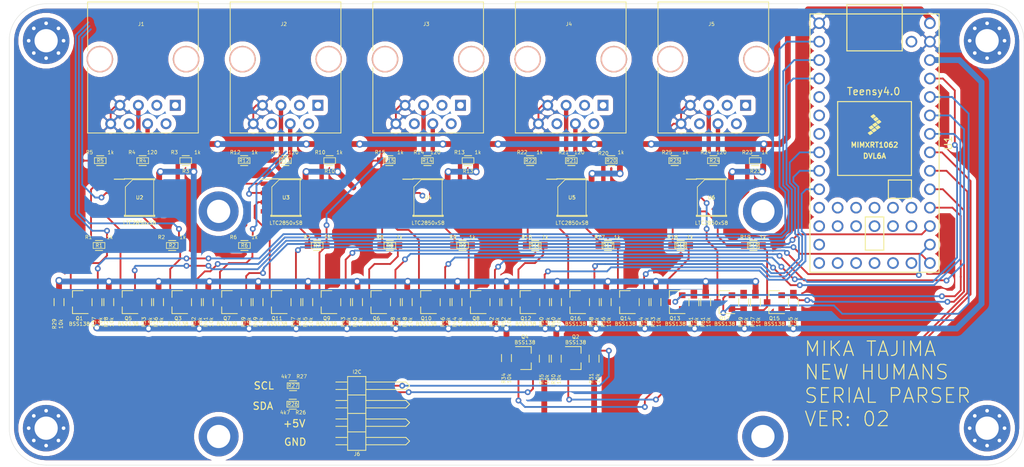
<source format=kicad_pcb>
(kicad_pcb (version 20221018) (generator pcbnew)
  (layers (0 "F.Cu" signal) (31 "B.Cu" signal) (34 "B.Paste" user) (35 "F.Paste" user) (36 "B.SilkS" user "B.Silkscreen") (37 "F.SilkS" user "F.Silkscreen") (38 "B.Mask" user) (39 "F.Mask" user) (44 "Edge.Cuts" user))
  (net 0 "")
  (net 1 "Net-(U1-Pad17)")
  (net 2 "Net-(U1-Pad18)")
  (net 3 "Net-(U1-Pad19)")
  (net 4 "Net-(U1-Pad16)")
  (net 5 "Net-(U1-Pad15)")
  (net 6 "Net-(U1-Pad14)")
  (net 7 "Net-(U1-Pad34)")
  (net 8 "Net-(U1-Pad7)")
  (net 9 "Net-(U1-Pad6)")
  (net 10 "Net-(U1-Pad5)")
  (net 11 "Net-(U1-Pad35)")
  (net 12 "Net-(U1-Pad36)")
  (net 13 "Net-(U1-Pad37)")
  (net 14 "Net-(U1-Pad38)")
  (net 15 "Net-(U1-Pad40)")
  (net 16 "Net-(U1-Pad41)")
  (net 17 "Net-(U1-Pad42)")
  (net 18 "Net-(U1-Pad43)")
  (net 19 "Net-(U1-Pad44)")
  (net 20 "Net-(J1-Pad1)")
  (net 21 "Net-(J1-Pad2)")
  (net 22 "Net-(J1-Pad3)")
  (net 23 "Net-(J1-Pad4)")
  (net 24 "Net-(J1-Pad5)")
  (net 25 "Net-(J1-Pad6)")
  (net 26 "GND")
  (net 27 "Net-(R1-Pad1)")
  (net 28 "RX1")
  (net 29 "Net-(R2-Pad1)")
  (net 30 "TX1")
  (net 31 "+5V")
  (net 32 "LAT1")
  (net 33 "LAT3")
  (net 34 "RX3")
  (net 35 "TX3")
  (net 36 "RX2")
  (net 37 "TX2")
  (net 38 "LAT2")
  (net 39 "LAT5")
  (net 40 "RX5")
  (net 41 "TX5")
  (net 42 "TX4")
  (net 43 "RX4")
  (net 44 "LAT4")
  (net 45 "Net-(J2-Pad1)")
  (net 46 "Net-(J2-Pad2)")
  (net 47 "Net-(J2-Pad3)")
  (net 48 "Net-(J2-Pad4)")
  (net 49 "Net-(J2-Pad5)")
  (net 50 "Net-(J2-Pad6)")
  (net 51 "Net-(J3-Pad1)")
  (net 52 "Net-(J3-Pad2)")
  (net 53 "Net-(J3-Pad3)")
  (net 54 "Net-(J3-Pad4)")
  (net 55 "Net-(J3-Pad5)")
  (net 56 "Net-(J3-Pad6)")
  (net 57 "Net-(J4-Pad1)")
  (net 58 "Net-(J4-Pad2)")
  (net 59 "Net-(J4-Pad3)")
  (net 60 "Net-(J4-Pad4)")
  (net 61 "Net-(J4-Pad5)")
  (net 62 "Net-(J4-Pad6)")
  (net 63 "Net-(J5-Pad1)")
  (net 64 "Net-(J5-Pad2)")
  (net 65 "Net-(J5-Pad3)")
  (net 66 "Net-(J5-Pad4)")
  (net 67 "Net-(J5-Pad5)")
  (net 68 "Net-(J5-Pad6)")
  (net 69 "Net-(R6-Pad1)")
  (net 70 "Net-(R7-Pad1)")
  (net 71 "Net-(R8-Pad1)")
  (net 72 "Net-(R9-Pad1)")
  (net 73 "Net-(R16-Pad1)")
  (net 74 "Net-(R17-Pad1)")
  (net 75 "Net-(R18-Pad1)")
  (net 76 "Net-(R19-Pad1)")
  (net 77 "SDA")
  (net 78 "SCL")
  (net 79 "RX1_LV")
  (net 80 "+3V3")
  (net 81 "SCL_LV")
  (net 82 "TX1_LV")
  (net 83 "SDA_LV")
  (net 84 "LAT1_LV")
  (net 85 "RX5_LV")
  (net 86 "RX3_LV")
  (net 87 "TX5_LV")
  (net 88 "TX3_LV")
  (net 89 "LAT5_LV")
  (net 90 "LAT3_LV")
  (net 91 "RX2_LV")
  (net 92 "RX4_LV")
  (net 93 "TX2_LV")
  (net 94 "TX4_LV")
  (net 95 "LAT2_LV")
  (net 96 "LAT4_LV")
  (net 97 "Net-(U1-Pad39)")
  (net 98 "Net-(U1-Pad11)")
  (net 99 "Net-(U1-Pad12)")
  (net 100 "Net-(U1-Pad13)")
  (footprint "Connectors:RJ45_8" (layer "F.Cu") (at 119.38 88.9 180)
    (fp_text reference "J1")
    (fp_text value "8P8C")
  )
  (footprint "Resistors_SMD:R_0603_HandSoldering" (layer "F.Cu") (at 108.882 108.204)
    (fp_text reference "R1")
    (fp_text value "1k")
  )
  (footprint "Resistors_SMD:R_0603_HandSoldering" (layer "F.Cu") (at 118.956 108.204)
    (fp_text reference "R2")
    (fp_text value "1k")
  )
  (footprint "Resistors_SMD:R_0603_HandSoldering" (layer "F.Cu") (at 120.82 96.52 180)
    (fp_text reference "R3")
    (fp_text value "1k")
  )
  (footprint "Resistors_SMD:R_0603_HandSoldering" (layer "F.Cu") (at 114.892 96.52 180)
    (fp_text reference "R4")
    (fp_text value "120")
  )
  (footprint "Resistors_SMD:R_0603_HandSoldering" (layer "F.Cu") (at 109.05 96.52 180)
    (fp_text reference "R5")
    (fp_text value "1k")
  )
  (footprint "Housings_SOIC:SOIC-8_3.9x4.9mm_Pitch1.27mm" (layer "F.Cu") (at 114.46 101.6)
    (fp_text reference "U2")
    (fp_text value "LTC2850xS8")
  )
  (footprint "Connectors:RJ45_8" (layer "F.Cu") (at 139.01 88.9 180)
    (fp_text reference "J2")
    (fp_text value "8P8C")
  )
  (footprint "Connectors:RJ45_8" (layer "F.Cu") (at 158.64 88.9 180)
    (fp_text reference "J3")
    (fp_text value "8P8C")
  )
  (footprint "Connectors:RJ45_8" (layer "F.Cu") (at 178.27 88.9 180)
    (fp_text reference "J4")
    (fp_text value "8P8C")
  )
  (footprint "Connectors:RJ45_8" (layer "F.Cu") (at 197.9 88.9 180)
    (fp_text reference "J5")
    (fp_text value "8P8C")
  )
  (footprint "Resistors_SMD:R_0603_HandSoldering" (layer "F.Cu") (at 128.900666 108.204)
    (fp_text reference "R6")
    (fp_text value "1k")
  )
  (footprint "Resistors_SMD:R_0603_HandSoldering" (layer "F.Cu") (at 138.909999 108.204)
    (fp_text reference "R7")
    (fp_text value "1k")
  )
  (footprint "Resistors_SMD:R_0603_HandSoldering" (layer "F.Cu") (at 148.919332 108.204)
    (fp_text reference "R8")
    (fp_text value "1k")
  )
  (footprint "Resistors_SMD:R_0603_HandSoldering" (layer "F.Cu") (at 158.928665 108.204)
    (fp_text reference "R9")
    (fp_text value "1k")
  )
  (footprint "Resistors_SMD:R_0603_HandSoldering" (layer "F.Cu") (at 140.632 96.52 180)
    (fp_text reference "R10")
    (fp_text value "1k")
  )
  (footprint "Resistors_SMD:R_0603_HandSoldering" (layer "F.Cu") (at 134.536 96.52 180)
    (fp_text reference "R11")
    (fp_text value "120")
  )
  (footprint "Resistors_SMD:R_0603_HandSoldering" (layer "F.Cu") (at 128.862 96.52 180)
    (fp_text reference "R12")
    (fp_text value "1k")
  )
  (footprint "Resistors_SMD:R_0603_HandSoldering" (layer "F.Cu") (at 159.682 96.52 180)
    (fp_text reference "R13")
    (fp_text value "1k")
  )
  (footprint "Resistors_SMD:R_0603_HandSoldering" (layer "F.Cu") (at 154.094 96.52 180)
    (fp_text reference "R14")
    (fp_text value "120")
  )
  (footprint "Resistors_SMD:R_0603_HandSoldering" (layer "F.Cu") (at 148.844 96.52 180)
    (fp_text reference "R15")
    (fp_text value "1k")
  )
  (footprint "Resistors_SMD:R_0603_HandSoldering" (layer "F.Cu") (at 168.937998 108.204)
    (fp_text reference "R16")
    (fp_text value "1k")
  )
  (footprint "Resistors_SMD:R_0603_HandSoldering" (layer "F.Cu") (at 178.947331 108.204)
    (fp_text reference "R17")
    (fp_text value "1k")
  )
  (footprint "Resistors_SMD:R_0603_HandSoldering" (layer "F.Cu") (at 188.956664 108.204)
    (fp_text reference "R18")
    (fp_text value "1k")
  )
  (footprint "Resistors_SMD:R_0603_HandSoldering" (layer "F.Cu") (at 198.966 108.204)
    (fp_text reference "R19")
    (fp_text value "1k")
  )
  (footprint "Resistors_SMD:R_0603_HandSoldering" (layer "F.Cu") (at 179.408 96.52 180)
    (fp_text reference "R20")
    (fp_text value "1k")
  )
  (footprint "Resistors_SMD:R_0603_HandSoldering" (layer "F.Cu") (at 173.906 96.52 180)
    (fp_text reference "R21")
    (fp_text value "120")
  )
  (footprint "Resistors_SMD:R_0603_HandSoldering" (layer "F.Cu") (at 168.232 96.52 180)
    (fp_text reference "R22")
    (fp_text value "1k")
  )
  (footprint "Resistors_SMD:R_0603_HandSoldering" (layer "F.Cu") (at 199.22 96.52 180)
    (fp_text reference "R23")
    (fp_text value "1k")
  )
  (footprint "Resistors_SMD:R_0603_HandSoldering" (layer "F.Cu") (at 193.464 96.52 180)
    (fp_text reference "R24")
    (fp_text value "120")
  )
  (footprint "Resistors_SMD:R_0603_HandSoldering" (layer "F.Cu") (at 188.13 96.52 180)
    (fp_text reference "R25")
    (fp_text value "1k")
  )
  (footprint "Housings_SOIC:SOIC-8_3.9x4.9mm_Pitch1.27mm" (layer "F.Cu") (at 173.99 101.6)
    (fp_text reference "U5")
    (fp_text value "LTC2850xS8")
  )
  (footprint "Housings_SOIC:SOIC-8_3.9x4.9mm_Pitch1.27mm" (layer "F.Cu") (at 193.2 101.6)
    (fp_text reference "U6")
    (fp_text value "LTC2850xS8")
  )
  (footprint "Mounting_Holes:MountingHole_3.2mm_M3_Pad_Via" (layer "F.Cu") (at 101.6 80.01)
    (fp_text reference "H1")
    (fp_text value "MountingHole")
  )
  (footprint "Mounting_Holes:MountingHole_3.2mm_M3_Pad_Via" (layer "F.Cu") (at 101.6 133.35)
    (fp_text reference "H3")
    (fp_text value "MountingHole")
  )
  (footprint "Mounting_Holes:MountingHole_3.2mm_M3_Pad_Via" (layer "F.Cu") (at 231.14 133.35)
    (fp_text reference "H4")
    (fp_text value "MountingHole")
  )
  (footprint "Mounting_Holes:MountingHole_3.2mm_M3_Pad_Via" (layer "F.Cu") (at 231.14 80.01)
    (fp_text reference "H2")
    (fp_text value "MountingHole")
  )
  (footprint "Housings_SOIC:SOIC-8_3.9x4.9mm_Pitch1.27mm" (layer "F.Cu") (at 134.62 101.6)
    (fp_text reference "U3")
    (fp_text value "LTC2850xS8")
  )
  (footprint "Housings_SOIC:SOIC-8_3.9x4.9mm_Pitch1.27mm" (layer "F.Cu") (at 154.178 101.6)
    (fp_text reference "U4")
    (fp_text value "LTC2850xS8")
  )
  (footprint "Mounting_Holes:MountingHole_3.2mm_M3_ISO14580_Pad" (layer "F.Cu") (at 125.349 103.505)
    (fp_text reference "H5")
    (fp_text value "MountingHole")
  )
  (footprint "Mounting_Holes:MountingHole_3.2mm_M3_ISO14580_Pad" (layer "F.Cu") (at 125.349 134.493)
    (fp_text reference "H7")
    (fp_text value "MountingHole")
  )
  (footprint "Mounting_Holes:MountingHole_3.2mm_M3_ISO14580_Pad" (layer "F.Cu") (at 200.279 103.505)
    (fp_text reference "H6")
    (fp_text value "MountingHole")
  )
  (footprint "EzerLonginus:4Pin_SMD_Angled_Header_2.54mm" (layer "F.Cu") (at 140.208 131.318 -90)
    (fp_text reference "J6")
    (fp_text value "I2C")
  )
  (footprint "Resistors_SMD:R_0603_HandSoldering" (layer "F.Cu") (at 135.552 130.048 180)
    (fp_text reference "R26")
    (fp_text value "4k7")
  )
  (footprint "Resistors_SMD:R_0603_HandSoldering" (layer "F.Cu") (at 135.593 127.508 180)
    (fp_text reference "R27")
    (fp_text value "4k7")
  )
  (footprint "Resistors_SMD:R_0603_HandSoldering" (layer "F.Cu") (at 108.599908 116.004 -90)
    (fp_text reference "R28")
    (fp_text value "10k")
  )
  (footprint "Resistors_SMD:R_0603_HandSoldering" (layer "F.Cu") (at 103.378 115.994 90)
    (fp_text reference "R29")
    (fp_text value "10k")
  )
  (footprint "Resistors_SMD:R_0603_HandSoldering" (layer "F.Cu") (at 171.831 123.782 90)
    (fp_text reference "R30")
    (fp_text value "10k")
  )
  (footprint "Resistors_SMD:R_0603_HandSoldering" (layer "F.Cu") (at 177.038 123.782 -90)
    (fp_text reference "R31")
    (fp_text value "10k")
  )
  (footprint "Resistors_SMD:R_0603_HandSoldering" (layer "F.Cu") (at 122.295632 116.004 -90)
    (fp_text reference "R32")
    (fp_text value "10k")
  )
  (footprint "Resistors_SMD:R_0603_HandSoldering" (layer "F.Cu") (at 117.073724 115.994 90)
    (fp_text reference "R33")
    (fp_text value "10k")
  )
  (footprint "Resistors_SMD:R_0603_HandSoldering" (layer "F.Cu") (at 164.973 123.698 90)
    (fp_text reference "R34")
    (fp_text value "10k")
  )
  (footprint "Resistors_SMD:R_0603_HandSoldering" (layer "F.Cu") (at 170.18 123.782 -90)
    (fp_text reference "R35")
    (fp_text value "10k")
  )
  (footprint "Resistors_SMD:R_0603_HandSoldering" (layer "F.Cu") (at 115.44777 116.004 -90)
    (fp_text reference "R36")
    (fp_text value "10k")
  )
  (footprint "Resistors_SMD:R_0603_HandSoldering" (layer "F.Cu") (at 110.225862 115.994 90)
    (fp_text reference "R37")
    (fp_text value "10k")
  )
  (footprint "Resistors_SMD:R_0603_HandSoldering" (layer "F.Cu") (at 149.68708 116.004 -90)
    (fp_text reference "R38")
    (fp_text value "10k")
  )
  (footprint "Resistors_SMD:R_0603_HandSoldering" (layer "F.Cu") (at 129.143494 116.004 -90)
    (fp_text reference "R39")
    (fp_text value "10k")
  )
  (footprint "Resistors_SMD:R_0603_HandSoldering" (layer "F.Cu") (at 144.465172 115.994 90)
    (fp_text reference "R40")
    (fp_text value "10k")
  )
  (footprint "Resistors_SMD:R_0603_HandSoldering" (layer "F.Cu") (at 123.921586 115.994 90)
    (fp_text reference "R41")
    (fp_text value "10k")
  )
  (footprint "Resistors_SMD:R_0603_HandSoldering" (layer "F.Cu") (at 163.382804 116.004 -90)
    (fp_text reference "R42")
    (fp_text value "10k")
  )
  (footprint "Resistors_SMD:R_0603_HandSoldering" (layer "F.Cu") (at 142.839218 116.004 -90)
    (fp_text reference "R43")
    (fp_text value "10k")
  )
  (footprint "Resistors_SMD:R_0603_HandSoldering" (layer "F.Cu") (at 158.160896 115.994 90)
    (fp_text reference "R44")
    (fp_text value "10k")
  )
  (footprint "Resistors_SMD:R_0603_HandSoldering" (layer "F.Cu") (at 137.61731 115.994 90)
    (fp_text reference "R45")
    (fp_text value "10k")
  )
  (footprint "Resistors_SMD:R_0603_HandSoldering" (layer "F.Cu") (at 156.534942 116.004 -90)
    (fp_text reference "R46")
    (fp_text value "10k")
  )
  (footprint "Resistors_SMD:R_0603_HandSoldering" (layer "F.Cu") (at 135.991356 116.004 -90)
    (fp_text reference "R47")
    (fp_text value "10k")
  )
  (footprint "Resistors_SMD:R_0603_HandSoldering" (layer "F.Cu") (at 151.313034 115.994 90)
    (fp_text reference "R48")
    (fp_text value "10k")
  )
  (footprint "Resistors_SMD:R_0603_HandSoldering" (layer "F.Cu") (at 130.769448 115.994 90)
    (fp_text reference "R49")
    (fp_text value "10k")
  )
  (footprint "Resistors_SMD:R_0603_HandSoldering" (layer "F.Cu") (at 170.230666 116.004 -90)
    (fp_text reference "R50")
    (fp_text value "10k")
  )
  (footprint "Resistors_SMD:R_0603_HandSoldering" (layer "F.Cu") (at 190.774252 116.004 -90)
    (fp_text reference "R51")
    (fp_text value "10k")
  )
  (footprint "Resistors_SMD:R_0603_HandSoldering" (layer "F.Cu") (at 165.008758 115.994 90)
    (fp_text reference "R52")
    (fp_text value "10k")
  )
  (footprint "Resistors_SMD:R_0603_HandSoldering" (layer "F.Cu") (at 185.552344 115.994 90)
    (fp_text reference "R53")
    (fp_text value "10k")
  )
  (footprint "Resistors_SMD:R_0603_HandSoldering" (layer "F.Cu") (at 183.92639 116.004 -90)
    (fp_text reference "R54")
    (fp_text value "10k")
  )
  (footprint "Resistors_SMD:R_0603_HandSoldering" (layer "F.Cu") (at 204.47 116.004 -90)
    (fp_text reference "R55")
    (fp_text value "10k")
  )
  (footprint "Resistors_SMD:R_0603_HandSoldering" (layer "F.Cu") (at 178.704482 115.994 90)
    (fp_text reference "R56")
    (fp_text value "10k")
  )
  (footprint "Resistors_SMD:R_0603_HandSoldering" (layer "F.Cu") (at 199.248068 115.994 90)
    (fp_text reference "R57")
    (fp_text value "10k")
  )
  (footprint "Resistors_SMD:R_0603_HandSoldering" (layer "F.Cu") (at 177.078528 116.004 -90)
    (fp_text reference "R58")
    (fp_text value "10k")
  )
  (footprint "Resistors_SMD:R_0603_HandSoldering" (layer "F.Cu") (at 197.622114 116.004 -90)
    (fp_text reference "R59")
    (fp_text value "10k")
  )
  (footprint "Resistors_SMD:R_0603_HandSoldering" (layer "F.Cu") (at 171.85662 115.994 90)
    (fp_text reference "R60")
    (fp_text value "10k")
  )
  (footprint "Resistors_SMD:R_0603_HandSoldering" (layer "F.Cu") (at 192.400206 115.994 90)
    (fp_text reference "R61")
    (fp_text value "10k")
  )
  (footprint "Teensy:Teensy40" (layer "F.Cu") (at 215.646 94.107 -90)
    (fp_text reference "U1")
    (fp_text value "Teensy4.0")
  )
  (footprint "TO_SOT_Packages_SMD:SOT-23" (layer "F.Cu") (at 105.988954 115.999 180)
    (fp_text reference "Q1")
    (fp_text value "BSS138")
  )
  (footprint "TO_SOT_Packages_SMD:SOT-23" (layer "F.Cu") (at 174.482 123.698)
    (fp_text reference "Q2")
    (fp_text value "BSS138")
  )
  (footprint "TO_SOT_Packages_SMD:SOT-23" (layer "F.Cu") (at 119.684678 115.999 180)
    (fp_text reference "Q3")
    (fp_text value "BSS138")
  )
  (footprint "TO_SOT_Packages_SMD:SOT-23" (layer "F.Cu") (at 167.624 123.698)
    (fp_text reference "Q4")
    (fp_text value "BSS138")
  )
  (footprint "TO_SOT_Packages_SMD:SOT-23" (layer "F.Cu") (at 112.836816 115.999 180)
    (fp_text reference "Q5")
    (fp_text value "BSS138")
  )
  (footprint "TO_SOT_Packages_SMD:SOT-23" (layer "F.Cu") (at 147.076126 115.999 180)
    (fp_text reference "Q6")
    (fp_text value "BSS138")
  )
  (footprint "TO_SOT_Packages_SMD:SOT-23" (layer "F.Cu") (at 126.53254 115.999 180)
    (fp_text reference "Q7")
    (fp_text value "BSS138")
  )
  (footprint "TO_SOT_Packages_SMD:SOT-23" (layer "F.Cu") (at 160.77185 115.999 180)
    (fp_text reference "Q8")
    (fp_text value "BSS138")
  )
  (footprint "TO_SOT_Packages_SMD:SOT-23" (layer "F.Cu") (at 140.228264 115.999 180)
    (fp_text reference "Q9")
    (fp_text value "BSS138")
  )
  (footprint "TO_SOT_Packages_SMD:SOT-23" (layer "F.Cu") (at 153.923988 115.999 180)
    (fp_text reference "Q10")
    (fp_text value "BSS138")
  )
  (footprint "TO_SOT_Packages_SMD:SOT-23" (layer "F.Cu") (at 133.380402 115.999 180)
    (fp_text reference "Q11")
    (fp_text value "BSS138")
  )
  (footprint "TO_SOT_Packages_SMD:SOT-23" (layer "F.Cu") (at 167.619712 115.999 180)
    (fp_text reference "Q12")
    (fp_text value "BSS138")
  )
  (footprint "TO_SOT_Packages_SMD:SOT-23" (layer "F.Cu") (at 188.163298 115.999 180)
    (fp_text reference "Q13")
    (fp_text value "BSS138")
  )
  (footprint "TO_SOT_Packages_SMD:SOT-23" (layer "F.Cu") (at 181.315436 115.999 180)
    (fp_text reference "Q14")
    (fp_text value "BSS138")
  )
  (footprint "TO_SOT_Packages_SMD:SOT-23" (layer "F.Cu") (at 201.859022 115.999 180)
    (fp_text reference "Q15")
    (fp_text value "BSS138")
  )
  (footprint "TO_SOT_Packages_SMD:SOT-23" (layer "F.Cu") (at 174.467574 115.999 180)
    (fp_text reference "Q16")
    (fp_text value "BSS138")
  )
  (footprint "TO_SOT_Packages_SMD:SOT-23" (layer "F.Cu") (at 195.01116 115.999 180)
    (fp_text reference "Q17")
    (fp_text value "BSS138")
  )
  (footprint "Mounting_Holes:MountingHole_3.2mm_M3_ISO7380_Pad" (layer "F.Cu") (at 199.771 133.223)
    (fp_text reference "H8")
    (fp_text value "MountingHole")
  )
  (gr_arc (start 236.22 133.35) (mid 234.732102 136.942102) (end 231.14 138.43) (stroke (width 0.05)) (layer "Edge.Cuts"))
  (gr_line (start 236.22 80.01) (end 236.22 133.35) (stroke (width 0.05)) (layer "Edge.Cuts"))
  (gr_line (start 101.6 74.93) (end 231.14 74.93) (stroke (width 0.05)) (layer "Edge.Cuts"))
  (gr_line (start 231.14 138.43) (end 101.6 138.43) (stroke (width 0.05)) (layer "Edge.Cuts"))
  (gr_arc (start 231.14 74.93) (mid 234.732102 76.417898) (end 236.22 80.01) (stroke (width 0.05)) (layer "Edge.Cuts"))
  (gr_arc (start 96.52 80.01) (mid 98.007898 76.417898) (end 101.6 74.93) (stroke (width 0.05)) (layer "Edge.Cuts"))
  (gr_arc (start 101.6 138.43) (mid 98.007898 136.942102) (end 96.52 133.35) (stroke (width 0.05)) (layer "Edge.Cuts"))
  (gr_line (start 96.52 133.35) (end 96.52 80.01) (stroke (width 0.05)) (layer "Edge.Cuts"))
  (gr_text "+5V" (at 135.763 132.715) (layer "F.SilkS") (effects (font (size 1 1))))
  (gr_text "SDA" (at 131.445 130.302) (layer "F.SilkS") (effects (font (size 1 1))))
  (gr_text "GND" (at 135.89 135.255) (layer "F.SilkS") (effects (font (size 1 1))))
  (gr_text "SCL" (at 131.572 127.508) (layer "F.SilkS") (effects (font (size 1 1))))
  (gr_text "MIKA TAJIMA\nNEW HUMANS\nSERIAL PARSER\nVER: 02" (at 205.867 127.254) (layer "F.SilkS") (effects (font (size 2 2)) (justify left)))
  (segment (start 115.57 91.44) (end 115.57 96.098) (width 0.6) (layer "F.Cu") (net 23))
  (segment (start 119.72 101.26) (end 119.72 96.52) (width 0.6) (layer "F.Cu") (net 23))
  (segment (start 118.745 102.235) (end 119.72 101.26) (width 0.6) (layer "F.Cu") (net 23))
  (segment (start 115.57 96.098) (end 115.992 96.52) (width 0.6) (layer "F.Cu") (net 23))
  (segment (start 117.16 102.235) (end 118.745 102.235) (width 0.6) (layer "F.Cu") (net 23))
  (segment (start 115.992 96.52) (end 119.72 96.52) (width 0.6) (layer "F.Cu") (net 23))
  (segment (start 116.205 100.965) (end 115.824 100.584) (width 0.6) (layer "F.Cu") (net 24))
  (segment (start 114.3 88.9) (end 114.3 96.012) (width 0.6) (layer "F.Cu") (net 24))
  (segment (start 115.824 99.314) (end 113.792 97.282) (width 0.6) (layer "F.Cu") (net 24))
  (segment (start 114.3 96.012) (end 113.792 96.52) (width 0.6) (layer "F.Cu") (net 24))
  (segment (start 117.16 100.965) (end 116.205 100.965) (width 0.6) (layer "F.Cu") (net 24))
  (segment (start 115.824 100.584) (end 115.824 99.314) (width 0.6) (layer "F.Cu") (net 24))
  (segment (start 110.15 96.52) (end 113.792 96.52) (width 0.6) (layer "F.Cu") (net 24))
  (segment (start 113.792 97.282) (end 113.792 96.52) (width 0.6) (layer "F.Cu") (net 24))
  (segment (start 150.368 88.9) (end 149.75 89.518) (width 0.25) (layer "F.Cu") (net 26))
  (segment (start 109.22 97.79) (end 111.506 97.79) (width 0.25) (layer "F.Cu") (net 26))
  (segment (start 154.432 102.108) (end 154.432 100.076) (width 0.25) (layer "F.Cu") (net 26))
  (segment (start 167.64 97.79) (end 172.344103 97.79) (width 0.25) (layer "F.Cu") (net 26))
  (segment (start 113.284 97.79) (end 111.506 97.79) (width 0.25) (layer "F.Cu") (net 26))
  (segment (start 130.556 88.9) (end 130.12 89.336) (width 0.25) (layer "F.Cu") (net 26))
  (segment (start 189.738 88.9) (end 189.01 89.628) (width 0.25) (layer "F.Cu") (net 26))
  (segment (start 127.762 96.52) (end 127.762 93.798) (width 0.25) (layer "F.Cu") (net 26))
  (segment (start 187.96 98.298) (end 192.024 98.298) (width 0.25) (layer "F.Cu") (net 26))
  (segment (start 156.878 103.505) (end 155.829 103.505) (width 0.25) (layer "F.Cu") (net 26))
  (segment (start 115.062 99.568) (end 113.284 97.79) (width 0.25) (layer "F.Cu") (net 26))
  (segment (start 127.762 93.798) (end 130.12 91.44) (width 0.25) (layer "F.Cu") (net 26))
  (segment (start 134.112 99.568) (end 132.842 98.298) (width 0.25) (layer "F.Cu") (net 26))
  (segment (start 147.744 93.446) (end 149.75 91.44) (width 0.25) (layer "F.Cu") (net 26))
  (segment (start 127.762 97.536) (end 127.762 96.52) (width 0.25) (layer "F.Cu") (net 26))
  (segment (start 134.112 101.854) (end 134.112 99.568) (width 0.25) (layer "F.Cu") (net 26))
  (segment (start 187.03 92.37) (end 187.03 96.52) (width 0.25) (layer "F.Cu") (net 26))
  (segment (start 107.95 96.52) (end 109.22 97.79) (width 0.25) (layer "F.Cu") (net 26))
  (segment (start 195.9 103.505) (end 194.183 103.505) (width 0.25) (layer "F.Cu") (net 26))
  (segment (start 169.38 89.446) (end 169.38 91.44) (width 0.25) (layer "F.Cu") (net 26))
  (segment (start 132.842 98.298) (end 128.524 98.298) (width 0.25) (layer "F.Cu") (net 26))
  (segment (start 147.744 96.52) (end 147.744 93.446) (width 0.25) (layer "F.Cu") (net 26))
  (segment (start 107.95 93.98) (end 110.49 91.44) (width 0.25) (layer "F.Cu") (net 26))
  (segment (start 137.32 103.505) (end 135.763 103.505) (width 0.25) (layer "F.Cu") (net 26))
  (segment (start 192.024 98.298) (end 193.68499 99.95899) (width 0.25) (layer "F.Cu") (net 26))
  (segment (start 135.763 103.505) (end 134.112 101.854) (width 0.25) (layer "F.Cu") (net 26))
  (segment (start 190.28 88.9) (end 189.738 88.9) (width 0.25) (layer "F.Cu") (net 26))
  (segment (start 167.132 93.688) (end 169.38 91.44) (width 0.25) (layer "F.Cu") (net 26))
  (segment (start 131.39 88.9) (end 130.556 88.9) (width 0.25) (layer "F.Cu") (net 26))
  (segment (start 116.205 103.505) (end 115.062 102.362) (width 0.25) (layer "F.Cu") (net 26))
  (segment (start 149.75 89.518) (end 149.75 91.44) (width 0.25) (layer "F.Cu") (net 26))
  (segment (start 151.02 88.9) (end 150.368 88.9) (width 0.25) (layer "F.Cu") (net 26))
  (segment (start 187.03 96.52) (end 187.03 97.368) (width 0.25) (layer "F.Cu") (net 26))
  (segment (start 174.244 99.689897) (end 174.244 102.616) (width 0.25) (layer "F.Cu") (net 26))
  (segment (start 187.96 91.44) (end 187.03 92.37) (width 0.25) (layer "F.Cu") (net 26))
  (segment (start 154.432 100.076) (end 152.146 97.79) (width 0.25) (layer "F.Cu") (net 26))
  (segment (start 174.244 102.616) (end 175.133 103.505) (width 0.25) (layer "F.Cu") (net 26))
  (segment (start 194.183 103.505) (end 193.68499 103.00699) (width 0.25) (layer "F.Cu") (net 26))
  (segment (start 128.524 98.298) (end 127.762 97.536) (width 0.25) (layer "F.Cu") (net 26))
  (segment (start 130.12 89.336) (end 130.12 91.44) (width 0.25) (layer "F.Cu") (net 26))
  (segment (start 107.95 96.52) (end 107.95 93.98) (width 0.25) (layer "F.Cu") (net 26))
  (segment (start 175.133 103.505) (end 176.69 103.505) (width 0.25) (layer "F.Cu") (net 26))
  (segment (start 187.03 97.368) (end 187.96 98.298) (width 0.25) (layer "F.Cu") (net 26))
  (segment (start 111.252 88.9) (end 110.49 89.662) (width 0.25) (layer "F.Cu") (net 26))
  (segment (start 169.926 88.9) (end 169.38 89.446) (width 0.25) (layer "F.Cu") (net 26))
  (segment (start 117.16 103.505) (end 116.205 103.505) (width 0.25) (layer "F.Cu") (net 26))
  (segment (start 172.344103 97.79) (end 174.244 99.689897) (width 0.25) (layer "F.Cu") (net 26))
  (segment (start 167.132 97.282) (end 167.64 97.79) (width 0.25) (layer "F.Cu") (net 26))
  (segment (start 155.829 103.505) (end 154.432 102.108) (width 0.25) (layer "F.Cu") (net 26))
  (segment (start 189.01 91.44) (end 187.96 91.44) (width 0.25) (layer "F.Cu") (net 26))
  (segment (start 147.744 97.198) (end 147.744 96.52) (width 0.25) (layer "F.Cu") (net 26))
  (segment (start 152.146 97.79) (end 148.336 97.79) (width 0.25) (layer "F.Cu") (net 26))
  (segment (start 167.132 96.52) (end 167.132 93.688) (width 0.25) (layer "F.Cu") (net 26))
  (segment (start 115.062 102.362) (end 115.062 99.568) (width 0.25) (layer "F.Cu") (net 26))
  (segment (start 167.132 96.52) (end 167.132 97.282) (width 0.25) (layer "F.Cu") (net 26))
  (segment (start 170.65 88.9) (end 169.926 88.9) (width 0.25) (layer "F.Cu") (net 26))
  (segment (start 148.336 97.79) (end 147.744 97.198) (width 0.25) (layer "F.Cu") (net 26))
  (segment (start 193.68499 99.95899) (end 193.68499 103.00699) (width 0.25) (layer "F.Cu") (net 26))
  (segment (start 189.01 89.628) (end 189.01 91.44) (width 0.25) (layer "F.Cu") (net 26))
  (segment (start 111.76 88.9) (end 111.252 88.9) (width 0.25) (layer "F.Cu") (net 26))
  (segment (start 111.506 97.79) (end 111.76 97.79) (width 0.25) (layer "F.Cu") (net 26))
  (segment (start 110.49 89.662) (end 110.49 91.44) (width 0.25) (layer "F.Cu") (net 26))
  (segment (start 111.76 99.695) (end 108.585 99.695) (width 0.25) (layer "F.Cu") (net 27))
  (segment (start 107.782 100.498) (end 108.077 100.203) (width 0.25) (layer "F.Cu") (net 27))
  (segment (start 107.782 108.097) (end 107.782 100.498) (width 0.25) (layer "F.Cu") (net 27))
  (segment (start 108.585 99.695) (end 108.077 100.203) (width 0.25) (layer "F.Cu") (net 27))
  (segment (start 104.988954 116.626046) (end 104.521 117.094) (width 0.25) (layer "F.Cu") (net 28))
  (segment (start 109.982 106.172) (end 109.982 108.204) (width 0.25) (layer "F.Cu") (net 28))
  (segment (start 104.988954 115.999) (end 104.988954 111.673046) (width 0.25) (layer "F.Cu") (net 28))
  (segment (start 104.988954 115.999) (end 104.988954 116.626046) (width 0.25) (layer "F.Cu") (net 28))
  (segment (start 109.982 109.601) (end 109.982 108.204) (width 0.25) (layer "F.Cu") (net 28))
  (segment (start 104.521 117.094) (end 103.378 117.094) (width 0.25) (layer "F.Cu") (net 28))
  (segment (start 106.045 110.617) (end 108.966 110.617) (width 0.25) (layer "F.Cu") (net 28))
  (segment (start 104.988954 111.673046) (end 106.045 110.617) (width 0.25) (layer "F.Cu") (net 28))
  (segment (start 108.966 110.617) (end 109.982 109.601) (width 0.25) (layer "F.Cu") (net 28))
  (via (at 109.982 106.172) (size 0.8) (drill 0.4) (layers "F.Cu" "B.Cu") (net 28))
  (segment (start 107.95 106.172) (end 109.982 106.172) (width 0.25) (layer "B.Cu") (net 28))
  (segment (start 107.442 77.47) (end 105.664 79.248) (width 0.25) (layer "B.Cu") (net 28))
  (segment (start 105.664 103.886) (end 107.95 106.172) (width 0.25) (layer "B.Cu") (net 28))
  (segment (start 105.664 79.248) (end 105.664 103.886) (width 0.25) (layer "B.Cu") (net 28))
  (segment (start 114.173 103.505) (end 113.665 103.505) (width 0.25) (layer "F.Cu") (net 29))
  (segment (start 113.665 103.505) (end 111.76 103.505) (width 0.25) (layer "F.Cu") (net 29))
  (segment (start 117.856 107.188) (end 114.173 103.505) (width 0.25) (layer "F.Cu") (net 29))
  (segment (start 117.856 108.204) (end 117.856 107.188) (width 0.25) (layer "F.Cu") (net 29))
  (segment (start 117.073724 117.094) (end 118.237 117.094) (width 0.25) (layer "F.Cu") (net 30))
  (segment (start 119.888 105.918) (end 119.888 108.036) (width 0.25) (layer "F.Cu") (net 30))
  (segment (start 120.056 108.204) (end 120.056 110.068) (width 0.25) (layer "F.Cu") (net 30))
  (segment (start 119.888 108.036) (end 120.056 108.204) (width 0.25) (layer "F.Cu") (net 30))
  (segment (start 118.684678 111.439322) (end 118.684678 115.999) (width 0.25) (layer "F.Cu") (net 30))
  (segment (start 118.237 117.094) (end 118.684678 116.646322) (width 0.25) (layer "F.Cu") (net 30))
  (segment (start 118.684678 116.646322) (end 118.684678 115.999) (width 0.25) (layer "F.Cu") (net 30))
  (segment (start 120.056 110.068) (end 118.684678 111.439322) (width 0.25) (layer "F.Cu") (net 30))
  (via (at 119.888 105.918) (size 0.8) (drill 0.4) (layers "F.Cu" "B.Cu") (net 30))
  (segment (start 107.57041 77.978) (end 106.11401 79.4344) (width 0.25) (layer "B.Cu") (net 30))
  (segment (start 107.57041 105.156) (end 119.126 105.156) (width 0.25) (layer "B.Cu") (net 30))
  (segment (start 106.11401 79.4344) (end 106.11401 103.6996) (width 0.25) (layer "B.Cu") (net 30))
  (segment (start 119.126 105.156) (end 119.888 105.918) (width 0.25) (layer "B.Cu") (net 30))
  (segment (start 106.11401 103.6996) (end 107.57041 105.156) (width 0.25) (layer "B.Cu") (net 30))
  (segment (start 185.552344 114.894) (end 185.552344 113.162344) (width 0.8) (layer "F.Cu") (net 31))
  (segment (start 141.732 98.044) (end 141.732 96.52) (width 0.8) (layer "F.Cu") (net 31))
  (segment (start 137.32 99.695) (end 137.32 98.138) (width 0.8) (layer "F.Cu") (net 31))
  (segment (start 117.073724 113.177276) (end 117.094 113.157) (width 0.8) (layer "F.Cu") (net 31))
  (segment (start 178.704482 113.395518) (end 178.943 113.157) (width 0.8) (layer "F.Cu") (net 31))
  (segment (start 137.61731 114.894) (end 137.61731 113.20769) (width 0.8) (layer "F.Cu") (net 31))
  (segment (start 101.26 114.894) (end 99.441 116.713) (width 0.8) (layer "F.Cu") (net 31))
  (segment (start 156.878 98.138) (end 156.972 98.044) (width 0.8) (layer "F.Cu") (net 31))
  (segment (start 103.378 113.03) (end 103.378 114.894) (width 0.8) (layer "F.Cu") (net 31))
  (segment (start 171.85662 114.894) (end 171.85662 113.25838) (width 0.8) (layer "F.Cu") (net 31))
  (segment (start 223.52 77.47) (end 223.52 77.216) (width 0.8) (layer "F.Cu") (net 31))
  (segment (start 199.263 114.879068) (end 199.248068 114.894) (width 0.8) (layer "F.Cu") (net 31))
  (segment (start 200.32 97.876) (end 200.152 98.044) (width 0.8) (layer "F.Cu") (net 31))
  (segment (start 163.83 94.234) (end 160.782 94.234) (width 0.8) (layer "F.Cu") (net 31))
  (segment (start 137.61731 113.20769) (end 137.668 113.157) (width 0.8) (layer "F.Cu") (net 31))
  (segment (start 110.225862 113.167138) (end 110.236 113.157) (width 0.8) (layer "F.Cu") (net 31))
  (segment (start 185.552344 113.162344) (end 185.547 113.157) (width 0.8) (layer "F.Cu") (net 31))
  (segment (start 144.465172 114.894) (end 144.465172 113.223172) (width 0.8) (layer "F.Cu") (net 31))
  (segment (start 202.692 94.234) (end 200.406 94.234) (width 0.8) (layer "F.Cu") (net 31))
  (segment (start 195.9 99.695) (end 195.9 98.232) (width 0.8) (layer "F.Cu") (net 31))
  (segment (start 158.160896 114.894) (end 158.160896 113.238104) (width 0.8) (layer "F.Cu") (net 31))
  (segment (start 195.9 98.232) (end 196.088 98.044) (width 0.8) (layer "F.Cu") (net 31))
  (segment (start 117.16 98.232) (end 117.348 98.044) (width 0.8) (layer "F.Cu") (net 31))
  (segment (start 180.34 94.234) (end 177.038 94.234) (width 0.8) (layer "F.Cu") (net 31))
  (segment (start 206.502 75.692) (end 203.708 78.486) (width 0.8) (layer "F.Cu") (net 31))
  (segment (start 121.92 98.044) (end 121.92 96.52) (width 0.8) (layer "F.Cu") (net 31))
  (segment (start 221.996 75.692) (end 206.502 75.692) (width 0.8) (layer "F.Cu") (net 31))
  (segment (start 192.400206 114.894) (end 192.400206 113.161794) (width 0.8) (layer "F.Cu") (net 31))
  (segment (start 121.92 95.504) (end 123.19 94.234) (width 0.8) (layer "F.Cu") (net 31))
  (segment (start 130.769448 114.894) (end 130.769448 113.197552) (width 0.8) (layer "F.Cu") (net 31))
  (segment (start 123.921586 114.894) (end 123.921586 113.314414) (width 0.8) (layer "F.Cu") (net 31))
  (segment (start 141.732 96.52) (end 141.732 94.488) (width 0.8) (layer "F.Cu") (net 31))
  (segment (start 140.208 132.588) (end 170.18 132.588) (width 0.8) (layer "F.Cu") (net 31))
  (segment (start 141.986 94.234) (end 137.414 94.234) (width 0.8) (layer "F.Cu") (net 31))
  (segment (start 177.038 124.882) (end 177.038 132.08) (width 0.8) (layer "F.Cu") (net 31))
  (segment (start 200.32 96.52) (end 200.32 97.876) (width 0.8) (layer "F.Cu") (net 31))
  (segment (start 184.912 94.234) (end 180.34 94.234) (width 0.8) (layer "F.Cu") (net 31))
  (segment (start 103.632 127.508) (end 134.493 127.508) (width 0.8) (layer "F.Cu") (net 31))
  (segment (start 180.594 96.606) (end 180.508 96.52) (width 0.8) (layer "F.Cu") (net 31))
  (segment (start 134.452 131.658) (end 134.452 130.048) (width 0.8) (layer "F.Cu") (net 31))
  (segment (start 141.732 94.488) (end 141.986 94.234) (width 0.8) (layer "F.Cu") (net 31))
  (segment (start 117.073724 114.894) (end 117.073724 113.177276) (width 0.8) (layer "F.Cu") (net 31))
  (segment (start 165.008758 114.894) (end 165.008758 113.192758) (width 0.8) (layer "F.Cu") (net 31))
  (segment (start 176.69 99.695) (end 176.69 98.392) (width 0.8) (layer "F.Cu") (net 31))
  (segment (start 192.400206 113.161794) (end 192.405 113.157) (width 0.8) (layer "F.Cu") (net 31))
  (segment (start 156.878 99.441) (end 156.878 98.138) (width 0.8) (layer "F.Cu") (net 31))
  (segment (start 99.441 116.713) (end 99.441 123.317) (width 0.8) (layer "F.Cu") (net 31))
  (segment (start 121.92 96.52) (end 121.92 95.504) (width 0.8) (layer "F.Cu") (net 31))
  (segment (start 151.313034 114.894) (end 151.313034 113.227966) (width 0.8) (layer "F.Cu") (net 31))
  (segment (start 170.18 132.588) (end 176.53 132.588) (width 0.8) (layer "F.Cu") (net 31))
  (segment (start 180.508 94.402) (end 180.34 94.234) (width 0.8) (layer "F.Cu") (net 31))
  (segment (start 123.921586 113.314414) (end 124.079 113.157) (width 0.8) (layer "F.Cu") (net 31))
  (segment (start 125.222 94.234) (end 123.19 94.234) (width 0.8) (layer "F.Cu") (net 31))
  (segment (start 203.708 93.218) (end 202.692 94.234) (width 0.8) (layer "F.Cu") (net 31))
  (segment (start 171.85662 113.25838) (end 171.958 113.157) (width 0.8) (layer "F.Cu") (net 31))
  (segment (start 117.16 99.695) (end 117.16 98.232) (width 0.8) (layer "F.Cu") (net 31))
  (segment (start 144.465172 113.223172) (end 144.399 113.157) (width 0.8) (layer "F.Cu") (net 31))
  (segment (start 200.32 94.32) (end 200.406 94.234) (width 0.8) (layer "F.Cu") (net 31))
  (segment (start 165.008758 113.192758) (end 164.973 113.157) (width 0.8) (layer "F.Cu") (net 31))
  (segment (start 99.441 123.317) (end 103.632 127.508) (width 0.8) (layer "F.Cu") (net 31))
  (segment (start 200.32 96.52) (end 200.32 94.32) (width 0.8) (layer "F.Cu") (net 31))
  (segment (start 180.508 96.52) (end 180.508 94.402) (width 0.8) (layer "F.Cu") (net 31))
  (segment (start 180.594 98.298) (end 180.594 96.606) (width 0.8) (layer "F.Cu") (net 31))
  (segment (start 135.382 132.588) (end 134.452 131.658) (width 0.8) (layer "F.Cu") (net 31))
  (segment (start 140.208 132.588) (end 135.382 132.588) (width 0.8) (layer "F.Cu") (net 31))
  (segment (start 134.452 130.048) (end 134.452 127.549) (width 0.8) (layer "F.Cu") (net 31))
  (segment (start 203.708 78.486) (end 203.708 93.218) (width 0.8) (layer "F.Cu") (net 31))
  (segment (start 160.782 94.234) (end 156.21 94.234) (width 0.8) (layer "F.Cu") (net 31))
  (segment (start 137.32 98.138) (end 137.414 98.044) (width 0.8) (layer "F.Cu") (net 31))
  (segment (start 223.52 77.216) (end 221.996 75.692) (width 0.8) (layer "F.Cu") (net 31))
  (segment (start 103.378 114.894) (end 101.26 114.894) (width 0.8) (layer "F.Cu") (net 31))
  (segment (start 199.263 113.157) (end 199.263 114.879068) (width 0.8) (layer "F.Cu") (net 31))
  (segment (start 134.452 127.549) (end 134.493 127.508) (width 0.8) (layer "F.Cu") (net 31))
  (segment (start 176.69 98.392) (end 176.784 98.298) (width 0.8) (layer "F.Cu") (net 31))
  (segment (start 170.18 124.882) (end 170.18 132.588) (width 0.8) (layer "F.Cu") (net 31))
  (segment (start 177.038 132.08) (end 176.53 132.588) (width 0.8) (layer "F.Cu") (net 31))
  (segment (start 178.704482 114.894) (end 178.704482 113.395518) (width 0.8) (layer "F.Cu") (net 31))
  (segment (start 141.732 98.044) (end 143.891 100.203) (width 0.8) (layer "F.Cu") (net 31))
  (segment (start 144.78 94.234) (end 141.986 94.234) (width 0.8) (layer "F.Cu") (net 31))
  (segment (start 151.313034 113.227966) (end 151.384 113.157) (width 0.8) (layer "F.Cu") (net 31))
  (segment (start 160.782 96.52) (end 160.782 94.234) (width 0.8) (layer "F.Cu") (net 31))
  (segment (start 160.782 98.044) (end 160.782 96.52) (width 0.8) (layer "F.Cu") (net 31))
  (segment (start 158.160896 113.238104) (end 158.242 113.157) (width 0.8) (layer "F.Cu") (net 31))
  (segment (start 130.769448 113.197552) (end 130.81 113.157) (width 0.8) (layer "F.Cu") (net 31))
  (segment (start 110.225862 114.894) (end 110.225862 113.167138) (width 0.8) (layer "F.Cu") (net 31))
  (via (at 121.92 98.044) (size 1) (drill 0.6) (layers "F.Cu" "B.Cu") (net 31))
  (via (at 177.038 94.234) (size 1) (drill 0.6) (layers "F.Cu" "B.Cu") (net 31))
  (via (at 158.242 113.157) (size 1) (drill 0.6) (layers "F.Cu" "B.Cu") (net 31))
  (via (at 178.943 113.157) (size 1) (drill 0.6) (layers "F.Cu" "B.Cu") (net 31))
  (via (at 163.83 94.234) (size 1) (drill 0.6) (layers "F.Cu" "B.Cu") (net 31))
  (via (at 124.079 113.157) (size 1) (drill 0.6) (layers "F.Cu" "B.Cu") (net 31))
  (via (at 160.782 98.044) (size 1) (drill 0.6) (layers "F.Cu" "B.Cu") (net 31))
  (via (at 110.236 113.157) (size 1) (drill 0.6) (layers "F.Cu" "B.Cu") (net 31))
  (via (at 184.912 94.234) (size 1) (drill 0.6) (layers "F.Cu" "B.Cu") (net 31))
  (via (at 180.594 98.298) (size 1) (drill 0.6) (layers "F.Cu" "B.Cu") (net 31))
  (via (at 130.81 113.157) (size 1) (drill 0.6) (layers "F.Cu" "B.Cu") (net 31))
  (via (at 117.348 98.044) (size 1) (drill 0.6) (layers "F.Cu" "B.Cu") (net 31))
  (via (at 137.414 98.044) (size 1) (drill 0.6) (layers "F.Cu" "B.Cu") (net 31))
  (via (at 117.094 113.157) (size 1) (drill 0.6) (layers "F.Cu" "B.Cu") (net 31))
  (via (at 199.263 113.157) (size 1) (drill 0.6) (layers "F.Cu" "B.Cu") (net 31))
  (via (at 144.78 94.234) (size 1) (drill 0.6) (layers "F.Cu" "B.Cu") (net 31))
  (via (at 164.973 113.157) (size 1) (drill 0.6) (layers "F.Cu" "B.Cu") (net 31))
  (via (at 137.668 113.157) (size 1) (drill 0.6) (layers "F.Cu" "B.Cu") (net 31))
  (via (at 144.399 113.157) (size 1) (drill 0.6) (layers "F.Cu" "B.Cu") (net 31))
  (via (at 185.547 113.157) (size 1) (drill 0.6) (layers "F.Cu" "B.Cu") (net 31))
  (via (at 200.152 98.044) (size 1) (drill 0.6) (layers "F.Cu" "B.Cu") (net 31))
  (via (at 156.21 94.234) (size 1) (drill 0.6) (layers "F.Cu" "B.Cu") (net 31))
  (via (at 151.384 113.157) (size 1) (drill 0.6) (layers "F.Cu" "B.Cu") (net 31))
  (via (at 200.406 94.234) (size 1) (drill 0.6) (layers "F.Cu" "B.Cu") (net 31))
  (via (at 137.414 94.234) (size 1) (drill 0.6) (layers "F.Cu" "B.Cu") (net 31))
  (via (at 156.972 98.044) (size 1) (drill 0.6) (layers "F.Cu" "B.Cu") (net 31))
  (via (at 125.222 94.234) (size 1) (drill 0.6) (layers "F.Cu" "B.Cu") (net 31))
  (via (at 196.088 98.044) (size 1) (drill 0.6) (layers "F.Cu" "B.Cu") (net 31))
  (via (at 192.405 113.157) (size 1) (drill 0.6) (layers "F.Cu" "B.Cu") (net 31))
  (via (at 141.732 98.044) (size 1) (drill 0.6) (layers "F.Cu" "B.Cu") (net 31))
  (via (at 103.378 113.03) (size 1) (drill 0.6) (layers "F.Cu" "B.Cu") (net 31))
  (via (at 176.784 98.298) (size 1) (drill 0.6) (layers "F.Cu" "B.Cu") (net 31))
  (via (at 171.958 113.157) (size 1) (drill 0.6) (layers "F.Cu" "B.Cu") (net 31))
  (segment (start 117.094 113.157) (end 110.236 113.157) (width 0.8) (layer "B.Cu") (net 31))
  (segment (start 156.972 98.044) (end 160.782 98.044) (width 0.8) (layer "B.Cu") (net 31))
  (segment (start 178.943 113.157) (end 185.547 113.157) (width 0.8) (layer "B.Cu") (net 31))
  (segment (start 124.079 113.157) (end 130.81 113.157) (width 0.8) (layer "B.Cu") (net 31))
  (segment (start 110.236 113.157) (end 103.505 113.157) (width 0.8) (layer "B.Cu") (net 31))
  (segment (start 121.92 113.157) (end 124.079 113.157) (width 0.8) (layer "B.Cu") (net 31))
  (segment (start 196.088 98.044) (end 200.152 98.044) (width 0.8) (layer "B.Cu") (net 31))
  (segment (start 185.547 113.157) (end 192.405 113.157) (width 0.8) (layer "B.Cu") (net 31))
  (segment (start 130.81 113.157) (end 137.668 113.157) (width 0.8) (layer "B.Cu") (net 31))
  (segment (start 121.92 98.044) (end 121.92 113.157) (width 0.8) (layer "B.Cu") (net 31))
  (segment (start 164.973 113.157) (end 171.958 113.157) (width 0.8) (layer "B.Cu") (net 31))
  (segment (start 117.348 98.044) (end 121.92 98.044) (width 0.8) (layer "B.Cu") (net 31))
  (segment (start 103.505 113.157) (end 103.378 113.03) (width 0.8) (layer "B.Cu") (net 31))
  (segment (start 192.405 113.157) (end 199.263 113.157) (width 0.8) (layer "B.Cu") (net 31))
  (segment (start 171.958 113.157) (end 178.943 113.157) (width 0.8) (layer "B.Cu") (net 31))
  (segment (start 200.406 94.234) (end 184.912 94.234) (width 0.8) (layer "B.Cu") (net 31))
  (segment (start 177.038 94.234) (end 163.83 94.234) (width 0.8) (layer "B.Cu") (net 31))
  (segment (start 176.784 98.298) (end 180.594 98.298) (width 0.8) (layer "B.Cu") (net 31))
  (segment (start 156.21 94.234) (end 144.78 94.234) (width 0.8) (layer "B.Cu") (net 31))
  (segment (start 151.384 113.157) (end 158.242 113.157) (width 0.8) (layer "B.Cu") (net 31))
  (segment (start 121.92 113.157) (end 117.094 113.157) (width 0.8) (layer "B.Cu") (net 31))
  (segment (start 137.414 98.044) (end 141.732 98.044) (width 0.8) (layer "B.Cu") (net 31))
  (segment (start 158.242 113.157) (end 164.973 113.157) (width 0.8) (layer "B.Cu") (net 31))
  (segment (start 137.414 94.234) (end 125.222 94.234) (width 0.8) (layer "B.Cu") (net 31))
  (segment (start 144.399 113.157) (end 151.384 113.157) (width 0.8) (layer "B.Cu") (net 31))
  (segment (start 137.668 113.157) (end 144.399 113.157) (width 0.8) (layer "B.Cu") (net 31))
  (segment (start 111.76 102.235) (end 111.76 100.965) (width 0.25) (layer "F.Cu") (net 32))
  (segment (start 109.855 100.965) (end 109.22 101.6) (width 0.25) (layer "F.Cu") (net 32))
  (segment (start 109.855 104.14) (end 109.855 102.743) (width 0.25) (layer "F.Cu") (net 32))
  (segment (start 110.363 102.235) (end 111.76 102.235) (width 0.25) (layer "F.Cu") (net 32))
  (segment (start 111.836816 116.382184) (end 111.836816 115.999) (width 0.25) (layer "F.Cu") (net 32))
  (segment (start 111.76 100.965) (end 109.855 100.965) (width 0.25) (layer "F.Cu") (net 32))
  (segment (start 111.836816 106.121816) (end 109.855 104.14) (width 0.25) (layer "F.Cu") (net 32))
  (segment (start 111.125 117.094) (end 111.836816 116.382184) (width 0.25) (layer "F.Cu") (net 32))
  (segment (start 109.855 102.743) (end 110.363 102.235) (width 0.25) (layer "F.Cu") (net 32))
  (segment (start 111.836816 115.999) (end 111.836816 106.121816) (width 0.25) (layer "F.Cu") (net 32))
  (segment (start 110.225862 117.094) (end 111.125 117.094) (width 0.25) (layer "F.Cu") (net 32))
  (via (at 109.22 101.6) (size 0.8) (drill 0.4) (layers "F.Cu" "B.Cu") (net 32))
  (segment (start 106.56402 99.822) (end 106.56402 79.6208) (width 0.25) (layer "B.Cu") (net 32))
  (segment (start 106.56402 79.6208) (end 107.75681 78.42801) (width 0.25) (layer "B.Cu") (net 32))
  (segment (start 109.22 101.6) (end 108.34202 101.6) (width 0.25) (layer "B.Cu") (net 32))
  (segment (start 108.34202 101.6) (end 106.56402 99.822) (width 0.25) (layer "B.Cu") (net 32))
  (segment (start 132.380402 106.472402) (end 130.302 104.394) (width 0.25) (layer "F.Cu") (net 33))
  (segment (start 130.769448 117.094) (end 131.826 117.094) (width 0.25) (layer "F.Cu") (net 33))
  (segment (start 132.380402 116.539598) (end 132.380402 115.999) (width 0.25) (layer "F.Cu") (net 33))
  (segment (start 131.92 100.965) (end 129.667 100.965) (width 0.25) (layer "F.Cu") (net 33))
  (segment (start 132.380402 115.999) (end 132.380402 106.472402) (width 0.25) (layer "F.Cu") (net 33))
  (segment (start 130.302 102.743) (end 130.81 102.235) (width 0.25) (layer "F.Cu") (net 33))
  (segment (start 130.302 104.394) (end 130.302 102.743) (width 0.25) (layer "F.Cu") (net 33))
  (segment (start 130.81 102.235) (end 131.92 102.235) (width 0.25) (layer "F.Cu") (net 33))
  (segment (start 129.667 100.965) (end 129.54 101.092) (width 0.25) (layer "F.Cu") (net 33))
  (segment (start 131.826 117.094) (end 132.380402 116.539598) (width 0.25) (layer "F.Cu") (net 33))
  (segment (start 131.92 102.235) (end 131.92 100.965) (width 0.25) (layer "F.Cu") (net 33))
  (via (at 129.54 101.092) (size 0.8) (drill 0.4) (layers "F.Cu" "B.Cu") (net 33))
  (segment (start 129.54 100.33) (end 129.54 101.092) (width 0.25) (layer "B.Cu") (net 33))
  (segment (start 134.62 95.25) (end 129.54 100.33) (width 0.25) (layer "B.Cu") (net 33))
  (segment (start 130.048 105.918) (end 130.048 108.156666) (width 0.25) (layer "F.Cu") (net 34))
  (segment (start 125.53254 115.999) (end 125.53254 111.83046) (width 0.25) (layer "F.Cu") (net 34))
  (segment (start 125.53254 116.65646) (end 125.53254 115.999) (width 0.25) (layer "F.Cu") (net 34))
  (segment (start 126.746 110.617) (end 129.159 110.617) (width 0.25) (layer "F.Cu") (net 34))
  (segment (start 123.921586 117.094) (end 125.095 117.094) (width 0.25) (layer "F.Cu") (net 34))
  (segment (start 125.53254 111.83046) (end 126.746 110.617) (width 0.25) (layer "F.Cu") (net 34))
  (segment (start 129.159 110.617) (end 130.000666 109.775334) (width 0.25) (layer "F.Cu") (net 34))
  (segment (start 130.000666 109.775334) (end 130.000666 108.204) (width 0.25) (layer "F.Cu") (net 34))
  (segment (start 130.048 108.156666) (end 130.000666 108.204) (width 0.25) (layer "F.Cu") (net 34))
  (segment (start 125.095 117.094) (end 125.53254 116.65646) (width 0.25) (layer "F.Cu") (net 34))
  (via (at 130.048 105.918) (size 0.8) (drill 0.4) (layers "F.Cu" "B.Cu") (net 34))
  (segment (start 134.8064 95.70001) (end 130.556 99.95041) (width 0.25) (layer "B.Cu") (net 34))
  (segment (start 130.556 99.95041) (end 130.556 105.41) (width 0.25) (layer "B.Cu") (net 34))
  (segment (start 130.556 105.41) (end 130.048 105.918) (width 0.25) (layer "B.Cu") (net 34))
  (segment (start 140.208 105.41) (end 140.208 108.005999) (width 0.25) (layer "F.Cu") (net 35))
  (segment (start 139.228264 109.183736) (end 139.228264 115.999) (width 0.25) (layer "F.Cu") (net 35))
  (segment (start 137.61731 117.094) (end 138.684 117.094) (width 0.25) (layer "F.Cu") (net 35))
  (segment (start 138.684 117.094) (end 139.228264 116.549736) (width 0.25) (layer "F.Cu") (net 35))
  (segment (start 140.208 108.005999) (end 140.009999 108.204) (width 0.25) (layer "F.Cu") (net 35))
  (segment (start 139.228264 116.549736) (end 139.228264 115.999) (width 0.25) (layer "F.Cu") (net 35))
  (segment (start 140.009999 108.402001) (end 139.228264 109.183736) (width 0.25) (layer "F.Cu") (net 35))
  (segment (start 140.009999 108.204) (end 140.009999 108.402001) (width 0.25) (layer "F.Cu") (net 35))
  (via (at 140.208 105.41) (size 0.8) (drill 0.4) (layers "F.Cu" "B.Cu") (net 35))
  (segment (start 140.208 103.886) (end 147.94398 96.15002) (width 0.25) (layer "B.Cu") (net 35))
  (segment (start 140.208 105.41) (end 140.208 103.886) (width 0.25) (layer "B.Cu") (net 35))
  (segment (start 168.91 110.617) (end 167.513 110.617) (width 0.25) (layer "F.Cu") (net 36))
  (segment (start 167.513 110.617) (end 166.619712 111.510288) (width 0.25) (layer "F.Cu") (net 36))
  (segment (start 166.116 117.094) (end 166.619712 116.590288) (width 0.25) (layer "F.Cu") (net 36))
  (segment (start 165.008758 117.094) (end 166.116 117.094) (width 0.25) (layer "F.Cu") (net 36))
  (segment (start 170.18 108.346002) (end 170.037998 108.204) (width 0.25) (layer "F.Cu") (net 36))
  (segment (start 170.037998 108.204) (end 170.037998 109.489002) (width 0.25) (layer "F.Cu") (net 36))
  (segment (start 166.619712 111.510288) (end 166.619712 115.999) (width 0.25) (layer "F.Cu") (net 36))
  (segment (start 166.619712 116.590288) (end 166.619712 115.999) (width 0.25) (layer "F.Cu") (net 36))
  (segment (start 170.037998 109.489002) (end 168.91 110.617) (width 0.25) (layer "F.Cu") (net 36))
  (segment (start 180.047331 108.204) (end 180.047331 108.292331) (width 0.25) (layer "F.Cu") (net 37))
  (segment (start 180.315436 108.560436) (end 180.315436 115.999) (width 0.25) (layer "F.Cu") (net 37))
  (segment (start 180.047331 108.292331) (end 180.315436 108.560436) (width 0.25) (layer "F.Cu") (net 37))
  (segment (start 179.705 117.094) (end 180.315436 116.483564) (width 0.25) (layer "F.Cu") (net 37))
  (segment (start 180.086 108.242669) (end 180.047331 108.204) (width 0.25) (layer "F.Cu") (net 37))
  (segment (start 178.704482 117.094) (end 179.705 117.094) (width 0.25) (layer "F.Cu") (net 37))
  (segment (start 180.315436 116.483564) (end 180.315436 115.999) (width 0.25) (layer "F.Cu") (net 37))
  (segment (start 172.085 105.664) (end 173.467574 107.046574) (width 0.25) (layer "F.Cu") (net 38))
  (segment (start 172.847 117.094) (end 173.467574 116.473426) (width 0.25) (layer "F.Cu") (net 38))
  (segment (start 171.29 100.965) (end 171.29 102.235) (width 0.25) (layer "F.Cu") (net 38))
  (segment (start 171.163 102.362) (end 171.29 102.235) (width 0.25) (layer "F.Cu") (net 38))
  (segment (start 169.672 102.235) (end 168.783 103.124) (width 0.25) (layer "F.Cu") (net 38))
  (segment (start 171.29 102.235) (end 169.672 102.235) (width 0.25) (layer "F.Cu") (net 38))
  (segment (start 173.467574 116.473426) (end 173.467574 115.999) (width 0.25) (layer "F.Cu") (net 38))
  (segment (start 169.545 105.664) (end 172.085 105.664) (width 0.25) (layer "F.Cu") (net 38))
  (segment (start 168.783 104.902) (end 169.545 105.664) (width 0.25) (layer "F.Cu") (net 38))
  (segment (start 173.467574 107.046574) (end 173.467574 115.999) (width 0.25) (layer "F.Cu") (net 38))
  (segment (start 171.85662 117.094) (end 172.847 117.094) (width 0.25) (layer "F.Cu") (net 38))
  (segment (start 168.783 103.124) (end 168.783 104.902) (width 0.25) (layer "F.Cu") (net 38))
  (segment (start 151.511 106.045) (end 152.923988 107.457988) (width 0.25) (layer "F.Cu") (net 39))
  (segment (start 152.4 117.094) (end 152.923988 116.570012) (width 0.25) (layer "F.Cu") (net 39))
  (segment (start 149.987 106.045) (end 151.511 106.045) (width 0.25) (layer "F.Cu") (net 39))
  (segment (start 149.86 102.235) (end 149.352 102.743) (width 0.25) (layer "F.Cu") (net 39))
  (segment (start 151.478 100.965) (end 151.478 102.235) (width 0.25) (layer "F.Cu") (net 39))
  (segment (start 151.478 102.235) (end 149.86 102.235) (width 0.25) (layer "F.Cu") (net 39))
  (segment (start 149.352 102.743) (end 149.352 105.41) (width 0.25) (layer "F.Cu") (net 39))
  (segment (start 151.313034 117.094) (end 152.4 117.094) (width 0.25) (layer "F.Cu") (net 39))
  (segment (start 153.035 100.965) (end 153.416 101.346) (width 0.25) (layer "F.Cu") (net 39))
  (segment (start 152.923988 107.457988) (end 152.923988 115.999) (width 0.25) (layer "F.Cu") (net 39))
  (segment (start 151.478 100.965) (end 153.035 100.965) (width 0.25) (layer "F.Cu") (net 39))
  (segment (start 152.923988 116.570012) (end 152.923988 115.999) (width 0.25) (layer "F.Cu") (net 39))
  (segment (start 149.352 105.41) (end 149.987 106.045) (width 0.25) (layer "F.Cu") (net 39))
  (via (at 153.416 101.346) (size 0.8) (drill 0.4) (layers "F.Cu" "B.Cu") (net 39))
  (segment (start 150.114 108.298668) (end 150.019332 108.204) (width 0.25) (layer "F.Cu") (net 40))
  (segment (start 150.019332 108.204) (end 150.019332 109.695668) (width 0.25) (layer "F.Cu") (net 40))
  (segment (start 146.076126 111.479874) (end 146.076126 115.999) (width 0.25) (layer "F.Cu") (net 40))
  (segment (start 146.076126 116.686874) (end 145.669 117.094) (width 0.25) (layer "F.Cu") (net 40))
  (segment (start 146.812 110.744) (end 146.076126 111.479874) (width 0.25) (layer "F.Cu") (net 40))
  (segment (start 145.669 117.094) (end 144.465172 117.094) (width 0.25) (layer "F.Cu") (net 40))
  (segment (start 146.076126 115.999) (end 146.076126 116.686874) (width 0.25) (layer "F.Cu") (net 40))
  (segment (start 150.019332 109.695668) (end 148.971 110.744) (width 0.25) (layer "F.Cu") (net 40))
  (segment (start 148.971 110.744) (end 146.812 110.744) (width 0.25) (layer "F.Cu") (net 40))
  (segment (start 159.004 117.094) (end 159.77185 116.32615) (width 0.25) (layer "F.Cu") (net 41))
  (segment (start 159.77185 108.70615) (end 159.77185 115.999) (width 0.25) (layer "F.Cu") (net 41))
  (segment (start 158.160896 117.094) (end 159.004 117.094) (width 0.25) (layer "F.Cu") (net 41))
  (segment (start 160.028665 108.449335) (end 159.77185 108.70615) (width 0.25) (layer "F.Cu") (net 41))
  (segment (start 159.77185 116.32615) (end 159.77185 115.999) (width 0.25) (layer "F.Cu") (net 41))
  (segment (start 160.028665 108.204) (end 160.028665 108.449335) (width 0.25) (layer "F.Cu") (net 41))
  (segment (start 160.02 108.212665) (end 160.028665 108.204) (width 0.25) (layer "F.Cu") (net 41))
  (segment (start 200.859022 108.997022) (end 200.066 108.204) (width 0.25) (layer "F.Cu") (net 42))
  (segment (start 200.859022 115.999) (end 200.859022 108.997022) (width 0.25) (layer "F.Cu") (net 42))
  (segment (start 200.406 117.094) (end 200.859022 116.640978) (width 0.25) (layer "F.Cu") (net 42))
  (segment (start 199.248068 117.094) (end 200.406 117.094) (width 0.25) (layer "F.Cu") (net 42))
  (segment (start 200.859022 116.640978) (end 200.859022 115.999) (width 0.25) (layer "F.Cu") (net 42))
  (segment (start 187.163298 115.999) (end 187.163298 112.937702) (width 0.25) (layer "F.Cu") (net 43))
  (segment (start 190.056664 110.044336) (end 190.056664 108.204) (width 0.25) (layer "F.Cu") (net 43))
  (segment (start 187.163298 112.937702) (end 190.056664 110.044336) (width 0.25) (layer "F.Cu") (net 43))
  (segment (start 187.163298 116.366702) (end 187.163298 115.999) (width 0.25) (layer "F.Cu") (net 43))
  (segment (start 186.436 117.094) (end 187.163298 116.366702) (width 0.25) (layer "F.Cu") (net 43))
  (segment (start 185.552344 117.094) (end 186.436 117.094) (width 0.25) (layer "F.Cu") (net 43))
  (segment (start 190.5 101.6) (end 191.77 101.6) (width 0.25) (layer "F.Cu") (net 44))
  (segment (start 194.01116 108.92116) (end 192.532 107.442) (width 0.25) (layer "F.Cu") (net 44))
  (segment (start 192.532 107.442) (end 192.532 105.918) (width 0.25) (layer "F.Cu") (net 44))
  (segment (start 192.400206 117.094) (end 193.548 117.094) (width 0.25) (layer "F.Cu") (net 44))
  (segment (start 193.548 117.094) (end 194.01116 116.63084) (width 0.25) (layer "F.Cu") (net 44))
  (segment (start 190.5 101.6) (end 190.5 102.235) (width 0.25) (layer "F.Cu") (net 44))
  (segment (start 194.01116 115.999) (end 194.01116 108.92116) (width 0.25) (layer "F.Cu") (net 44))
  (segment (start 190.5 100.965) (end 190.5 101.6) (width 0.25) (layer "F.Cu") (net 44))
  (segment (start 194.01116 116.63084) (end 194.01116 115.999) (width 0.25) (layer "F.Cu") (net 44))
  (segment (start 191.77 101.6) (end 192.532 102.362) (width 0.25) (layer "F.Cu") (net 44))
  (via (at 192.532 102.362) (size 0.8) (drill 0.4) (layers "F.Cu" "B.Cu") (net 44))
  (via (at 192.532 105.918) (size 0.8) (drill 0.4) (layers "F.Cu" "B.Cu") (net 44))
  (segment (start 192.532 102.362) (end 192.532 105.918) (width 0.25) (layer "B.Cu") (net 44))
  (segment (start 139.532 96.52) (end 139.532 101.26) (width 0.6) (layer "F.Cu") (net 48))
  (segment (start 135.2 96.084) (end 135.636 96.52) (width 0.6) (layer "F.Cu") (net 48))
  (segment (start 139.532 101.26) (end 138.557 102.235) (width 0.6) (layer "F.Cu") (net 48))
  (segment (start 135.2 91.44) (end 135.2 96.084) (width 0.6) (layer "F.Cu") (net 48))
  (segment (start 138.557 102.235) (end 137.32 102.235) (width 0.6) (layer "F.Cu") (net 48))
  (segment (start 135.636 96.52) (end 139.532 96.52) (width 0.6) (layer "F.Cu") (net 48))
  (segment (start 135.382 99.314) (end 135.382 100.33) (width 0.6) (layer "F.Cu") (net 49))
  (segment (start 133.93 96.026) (end 133.436 96.52) (width 0.6) (layer "F.Cu") (net 49))
  (segment (start 136.017 100.965) (end 137.32 100.965) (width 0.6) (layer "F.Cu") (net 49))
  (segment (start 133.436 97.368) (end 135.382 99.314) (width 0.6) (layer "F.Cu") (net 49))
  (segment (start 135.382 100.33) (end 136.017 100.965) (width 0.6) (layer "F.Cu") (net 49))
  (segment (start 133.436 96.52) (end 133.436 97.368) (width 0.6) (layer "F.Cu") (net 49))
  (segment (start 133.93 88.9) (end 133.93 96.026) (width 0.6) (layer "F.Cu") (net 49))
  (segment (start 129.962 96.52) (end 133.436 96.52) (width 0.6) (layer "F.Cu") (net 49))
  (segment (start 158.582 101.514) (end 158.582 96.52) (width 0.6) (layer "F.Cu") (net 54))
  (segment (start 154.83 96.156) (end 155.194 96.52) (width 0.6) (layer "F.Cu") (net 54))
  (segment (start 156.878 102.235) (end 157.861 102.235) (width 0.6) (layer "F.Cu") (net 54))
  (segment (start 154.83 91.44) (end 154.83 96.156) (width 0.6) (layer "F.Cu") (net 54))
  (segment (start 157.861 102.235) (end 158.582 101.514) (width 0.6) (layer "F.Cu") (net 54))
  (segment (start 155.194 96.52) (end 158.582 96.52) (width 0.6) (layer "F.Cu") (net 54))
  (segment (start 153.56 88.9) (end 153.56 95.954) (width 0.6) (layer "F.Cu") (net 55))
  (segment (start 153.56 95.954) (end 152.994 96.52) (width 0.6) (layer "F.Cu") (net 55))
  (segment (start 152.994 97.622) (end 152.994 96.52) (width 0.6) (layer "F.Cu") (net 55))
  (segment (start 149.944 96.52) (end 152.994 96.52) (width 0.6) (layer "F.Cu") (net 55))
  (segment (start 154.178 98.298) (end 153.67 98.298) (width 0.6) (layer "F.Cu") (net 55))
  (segment (start 153.67 98.298) (end 152.994 97.622) (width 0.6) (layer "F.Cu") (net 55))
  (segment (start 155.829 100.965) (end 155.448 100.584) (width 0.6) (layer "F.Cu") (net 55))
  (segment (start 155.448 99.568) (end 154.178 98.298) (width 0.6) (layer "F.Cu") (net 55))
  (segment (start 155.448 100.584) (end 155.448 99.568) (width 0.6) (layer "F.Cu") (net 55))
  (segment (start 156.878 100.965) (end 155.829 100.965) (width 0.6) (layer "F.Cu") (net 55))
  (segment (start 174.46 96.228) (end 174.752 96.52) (width 0.6) (layer "F.Cu") (net 60))
  (segment (start 177.419 102.235) (end 178.308 101.346) (width 0.6) (layer "F.Cu") (net 60))
  (segment (start 175.006 96.52) (end 178.308 96.52) (width 0.6) (layer "F.Cu") (net 60))
  (segment (start 174.46 91.44) (end 174.46 96.228) (width 0.6) (layer "F.Cu") (net 60))
  (segment (start 178.308 101.346) (end 178.308 96.52) (width 0.6) (layer "F.Cu") (net 60))
  (segment (start 176.69 102.235) (end 177.419 102.235) (width 0.6) (layer "F.Cu") (net 60))
  (segment (start 172.806 96.52) (end 172.806 97.368) (width 0.6) (layer "F.Cu") (net 61))
  (segment (start 174.244 98.298) (end 175.006 99.06) (width 0.6) (layer "F.Cu") (net 61))
  (segment (start 173.736 98.298) (end 174.244 98.298) (width 0.6) (layer "F.Cu") (net 61))
  (segment (start 173.19 88.9) (end 173.19 96.136) (width 0.6) (layer "F.Cu") (net 61))
  (segment (start 175.387 100.965) (end 176.69 100.965) (width 0.6) (layer "F.Cu") (net 61))
  (segment (start 169.332 96.52) (end 172.806 96.52) (width 0.6) (layer "F.Cu") (net 61))
  (segment (start 175.006 100.584) (end 175.387 100.965) (width 0.6) (layer "F.Cu") (net 61))
  (segment (start 173.19 96.136) (end 172.806 96.52) (width 0.6) (layer "F.Cu") (net 61))
  (segment (start 175.006 99.06) (end 175.006 100.584) (width 0.6) (layer "F.Cu") (net 61))
  (segment (start 172.806 97.368) (end 173.736 98.298) (width 0.6) (layer "F.Cu") (net 61))
  (segment (start 195.9 102.235) (end 196.596 102.235) (width 0.6) (layer "F.Cu") (net 66))
  (segment (start 194.09 96.046) (end 194.564 96.52) (width 0.6) (layer "F.Cu") (net 66))
  (segment (start 194.564 96.52) (end 198.12 96.52) (width 0.6) (layer "F.Cu") (net 66))
  (segment (start 196.596 102.235) (end 198.12 100.711) (width 0.6) (layer "F.Cu") (net 66))
  (segment (start 198.12 100.711) (end 198.12 96.52) (width 0.6) (layer "F.Cu") (net 66))
  (segment (start 194.09 91.44) (end 194.09 96.046) (width 0.6) (layer "F.Cu") (net 66))
  (segment (start 193.294 98.044) (end 192.786 98.044) (width 0.6) (layer "F.Cu") (net 67))
  (segment (start 194.31 99.06) (end 193.294 98.044) (width 0.6) (layer "F.Cu") (net 67))
  (segment (start 194.31 100.33) (end 194.31 99.06) (width 0.6) (layer "F.Cu") (net 67))
  (segment (start 192.82 88.9) (end 192.82 96.064) (width 0.6) (layer "F.Cu") (net 67))
  (segment (start 195.9 100.965) (end 194.945 100.965) (width 0.6) (layer "F.Cu") (net 67))
  (segment (start 192.364 97.622) (end 192.364 96.52) (width 0.6) (layer "F.Cu") (net 67))
  (segment (start 192.82 96.064) (end 192.364 96.52) (width 0.6) (layer "F.Cu") (net 67))
  (segment (start 189.23 96.52) (end 192.364 96.52) (width 0.6) (layer "F.Cu") (net 67))
  (segment (start 194.945 100.965) (end 194.31 100.33) (width 0.6) (layer "F.Cu") (net 67))
  (segment (start 192.786 98.044) (end 192.364 97.622) (width 0.6) (layer "F.Cu") (net 67))
  (segment (start 127.800666 108.204) (end 127.800666 106.768334) (width 0.25) (layer "F.Cu") (net 69))
  (segment (start 129.159 105.41) (end 129.159 102.362) (width 0.25) (layer "F.Cu") (net 69))
  (segment (start 127.800666 106.768334) (end 129.159 105.41) (width 0.25) (layer "F.Cu") (net 69))
  (segment (start 128.651 99.695) (end 131.92 99.695) (width 0.25) (layer "F.Cu") (net 69))
  (segment (start 129.159 102.362) (end 128.143 101.346) (width 0.25) (layer "F.Cu") (net 69))
  (segment (start 128.143 101.346) (end 128.143 100.203) (width 0.25) (layer "F.Cu") (net 69))
  (segment (start 128.143 100.203) (end 128.651 99.695) (width 0.25) (layer "F.Cu") (net 69))
  (segment (start 131.92 103.505) (end 134.239 103.505) (width 0.25) (layer "F.Cu") (net 70))
  (segment (start 134.239 103.505) (end 137.809999 107.075999) (width 0.25) (layer "F.Cu") (net 70))
  (segment (start 137.809999 107.075999) (end 137.809999 108.204) (width 0.25) (layer "F.Cu") (net 70))
  (segment (start 148.776104 99.695) (end 147.857552 100.613552) (width 0.25) (layer "F.Cu") (net 71))
  (segment (start 151.478 99.695) (end 148.776104 99.695) (width 0.25) (layer "F.Cu") (net 71))
  (segment (start 147.857552 100.554448) (end 147.857552 100.613552) (width 0.25) (layer "F.Cu") (net 71))
  (segment (start 147.857552 100.613552) (end 147.857552 108.097) (width 0.25) (layer "F.Cu") (net 71))
  (segment (start 157.828665 107.093335) (end 157.828665 108.204) (width 0.25) (layer "F.Cu") (net 72))
  (segment (start 151.478 103.505) (end 154.24033 103.505) (width 0.25) (layer "F.Cu") (net 72))
  (segment (start 154.24033 103.505) (end 157.828665 107.093335) (width 0.25) (layer "F.Cu") (net 72))
  (segment (start 169.291 99.695) (end 167.895328 101.090672) (width 0.25) (layer "F.Cu") (net 73))
  (segment (start 167.895328 101.090672) (end 167.895328 108.097) (width 0.25) (layer "F.Cu") (net 73))
  (segment (start 171.29 99.695) (end 169.291 99.695) (width 0.25) (layer "F.Cu") (net 73))
  (segment (start 177.847331 107.743331) (end 177.847331 108.204) (width 0.25) (layer "F.Cu") (net 74))
  (segment (start 173.609 103.505) (end 177.847331 107.743331) (width 0.25) (layer "F.Cu") (net 74))
  (segment (start 171.29 103.505) (end 173.609 103.505) (width 0.25) (layer "F.Cu") (net 74))
  (segment (start 187.856664 100.941336) (end 187.856664 101.703336) (width 0.25) (layer "F.Cu") (net 75))
  (segment (start 189.103 99.695) (end 187.856664 100.941336) (width 0.25) (layer "F.Cu") (net 75))
  (segment (start 190.5 99.695) (end 189.103 99.695) (width 0.25) (layer "F.Cu") (net 75))
  (segment (start 187.856664 108.204) (end 187.856664 101.703336) (width 0.25) (layer "F.Cu") (net 75))
  (segment (start 197.866 108.204) (end 196.85 108.204) (width 0.25) (layer "F.Cu") (net 76))
  (segment (start 192.405 103.505) (end 194.056 105.156) (width 0.25) (layer "F.Cu") (net 76))
  (segment (start 194.056 106.934) (end 195.326 108.204) (width 0.25) (layer "F.Cu") (net 76))
  (segment (start 194.056 105.156) (end 194.056 106.934) (width 0.25) (layer "F.Cu") (net 76))
  (segment (start 190.5 103.505) (end 192.405 103.505) (width 0.25) (layer "F.Cu") (net 76))
  (segment (start 195.326 108.204) (end 196.85 108.204) (width 0.25) (layer "F.Cu") (net 76))
  (segment (start 142.875 130.048) (end 140.208 130.048) (width 0.25) (layer "F.Cu") (net 77))
  (segment (start 144.526 128.397) (end 142.875 130.048) (width 0.25) (layer "F.Cu") (net 77))
  (segment (start 170.18 122.682) (end 169.418 122.682) (width 0.25) (layer "F.Cu") (net 77))
  (segment (start 167.894 128.397) (end 168.148 128.397) (width 0.25) (layer "F.Cu") (net 77))
  (segment (start 168.624 127.921) (end 168.624 123.698) (width 0.25) (layer "F.Cu") (net 77))
  (segment (start 168.624 123.476) (end 168.624 123.698) (width 0.25) (layer "F.Cu") (net 77))
  (segment (start 169.418 122.682) (end 168.624 123.476) (width 0.25) (layer "F.Cu") (net 77))
  (segment (start 140.208 130.048) (end 136.652 130.048) (width 0.25) (layer "F.Cu") (net 77))
  (segment (start 144.526 128.397) (end 151.511 128.397) (width 0.25) (layer "F.Cu") (net 77))
  (segment (start 168.148 128.397) (end 168.624 127.921) (width 0.25) (layer "F.Cu") (net 77))
  (via (at 151.511 128.397) (size 0.8) (drill 0.4) (layers "F.Cu" "B.Cu") (net 77))
  (via (at 167.894 128.397) (size 0.8) (drill 0.4) (layers "F.Cu" "B.Cu") (net 77))
  (segment (start 151.511 128.397) (end 167.894 128.397) (width 0.25) (layer "B.Cu") (net 77))
  (segment (start 179.07 122.682) (end 177.038 122.682) (width 0.25) (layer "F.Cu") (net 78))
  (segment (start 140.208 127.508) (end 136.693 127.508) (width 0.25) (layer "F.Cu") (net 78))
  (segment (start 177.038 122.682) (end 176.022 122.682) (width 0.25) (layer "F.Cu") (net 78))
  (segment (start 176.022 122.682) (end 175.482 123.222) (width 0.25) (layer "F.Cu") (net 78))
  (segment (start 175.482 123.222) (end 175.482 123.698) (width 0.25) (layer "F.Cu") (net 78))
  (segment (start 140.208 127.508) (end 150.622 127.508) (width 0.25) (layer "F.Cu") (net 78))
  (via (at 179.07 122.682) (size 0.8) (drill 0.4) (layers "F.Cu" "B.Cu") (net 78))
  (via (at 150.622 127.508) (size 0.8) (drill 0.4) (layers "F.Cu" "B.Cu") (net 78))
  (segment (start 150.622 127.508) (end 177.8 127.508) (width 0.25) (layer "B.Cu") (net 78))
  (segment (start 177.8 127.508) (end 179.07 126.238) (width 0.25) (layer "B.Cu") (net 78))
  (segment (start 179.07 126.238) (end 179.07 122.682) (width 0.25) (layer "B.Cu") (net 78))
  (segment (start 108.712 111.379) (end 108.712 114.791908) (width 0.25) (layer "F.Cu") (net 79))
  (segment (start 123.952 109.982) (end 120.92 109.982) (width 0.25) (layer "F.Cu") (net 79))
  (segment (start 108.712 114.791908) (end 108.599908 114.904) (width 0.25) (layer "F.Cu") (net 79))
  (segment (start 108.454908 115.049) (end 108.599908 114.904) (width 0.25) (layer "F.Cu") (net 79))
  (segment (start 106.988954 115.049) (end 108.454908 115.049) (width 0.25) (layer "F.Cu") (net 79))
  (via (at 123.952 109.982) (size 0.8) (drill 0.4) (layers "F.Cu" "B.Cu") (net 79))
  (via (at 108.712 111.379) (size 0.8) (drill 0.4) (layers "F.Cu" "B.Cu") (net 79))
  (via (at 120.92 109.982) (size 0.8) (drill 0.4) (layers "F.Cu" "B.Cu") (net 79))
  (segment (start 109.728 109.982) (end 108.712 110.998) (width 0.25) (layer "B.Cu") (net 79))
  (segment (start 108.712 110.998) (end 108.712 111.379) (width 0.25) (layer "B.Cu") (net 79))
  (segment (start 202.565 100.076) (end 203.354001 100.865001) (width 0.25) (layer "B.Cu") (net 79))
  (segment (start 120.92 109.982) (end 109.728 109.982) (width 0.25) (layer "B.Cu") (net 79))
  (segment (start 203.354001 106.017999) (end 202.728999 106.643001) (width 0.25) (layer "B.Cu") (net 79))
  (segment (start 202.565 81.153) (end 202.565 100.076) (width 0.25) (layer "B.Cu") (net 79))
  (segment (start 202.728999 106.643001) (end 134.275999 106.643001) (width 0.25) (layer "B.Cu") (net 79))
  (segment (start 203.354001 100.865001) (end 203.354001 106.017999) (width 0.25) (layer "B.Cu") (net 79))
  (segment (start 203.581 80.137) (end 202.565 81.153) (width 0.25) (layer "B.Cu") (net 79))
  (segment (start 130.937 109.982) (end 123.952 109.982) (width 0.25) (layer "B.Cu") (net 79))
  (segment (start 208.026 80.137) (end 203.581 80.137) (width 0.25) (layer "B.Cu") (net 79))
  (segment (start 134.275999 106.643001) (end 130.937 109.982) (width 0.25) (layer "B.Cu") (net 79))
  (segment (start 122.295632 119.247632) (end 122.682 119.634) (width 0.8) (layer "F.Cu") (net 80))
  (segment (start 141.228264 116.949) (end 142.684218 116.949) (width 0.25) (layer "F.Cu") (net 80))
  (segment (start 164.973 122.598) (end 164.973 119.634) (width 0.8) (layer "F.Cu") (net 80))
  (segment (start 176.923528 116.949) (end 177.078528 117.104) (width 0.25) (layer "F.Cu") (net 80))
  (segment (start 163.382804 117.104) (end 163.382804 119.440804) (width 0.8) (layer "F.Cu") (net 80))
  (segment (start 170.230666 119.557666) (end 170.307 119.634) (width 0.8) (layer "F.Cu") (net 80))
  (segment (start 149.68708 119.58808) (end 149.733 119.634) (width 0.8) (layer "F.Cu") (net 80))
  (segment (start 171.831 122.682) (end 171.831 119.761) (width 0.8) (layer "F.Cu") (net 80))
  (segment (start 128.988494 116.949) (end 129.143494 117.104) (width 0.25) (layer "F.Cu") (net 80))
  (segment (start 190.774252 119.527252) (end 190.881 119.634) (width 0.8) (layer "F.Cu") (net 80))
  (segment (start 171.831 122.682) (end 173.416 122.682) (width 0.8) (layer "F.Cu") (net 80))
  (segment (start 164.973 122.598) (end 166.474 122.598) (width 0.8) (layer "F.Cu") (net 80))
  (segment (start 122.140632 116.949) (end 122.295632 117.104) (width 0.25) (layer "F.Cu") (net 80))
  (segment (start 170.230666 117.104) (end 170.230666 119.557666) (width 0.8) (layer "F.Cu") (net 80))
  (segment (start 166.474 122.598) (end 166.624 122.748) (width 0.8) (layer "F.Cu") (net 80))
  (segment (start 122.295632 117.104) (end 122.295632 119.247632) (width 0.8) (layer "F.Cu") (net 80))
  (segment (start 115.29277 116.949) (end 115.44777 117.104) (width 0.25) (layer "F.Cu") (net 80))
  (segment (start 135.991356 117.104) (end 135.991356 119.608356) (width 0.8) (layer "F.Cu") (net 80))
  (segment (start 142.839218 117.104) (end 142.839218 119.471218) (width 0.8) (layer "F.Cu") (net 80))
  (segment (start 197.622114 119.517114) (end 197.739 119.634) (width 0.8) (layer "F.Cu") (net 80))
  (segment (start 115.44777 117.104) (end 115.44777 119.38477) (width 0.8) (layer "F.Cu") (net 80))
  (segment (start 108.585 117.118908) (end 108.599908 117.104) (width 0.8) (layer "F.Cu") (net 80))
  (segment (start 129.143494 119.237494) (end 129.54 119.634) (width 0.8) (layer "F.Cu") (net 80))
  (segment (start 163.382804 119.440804) (end 163.576 119.634) (width 0.8) (layer "F.Cu") (net 80))
  (segment (start 204.315 116.949) (end 204.47 117.104) (width 0.25) (layer "F.Cu") (net 80))
  (segment (start 171.831 119.761) (end 171.958 119.634) (width 0.8) (layer "F.Cu") (net 80))
  (segment (start 148.076126 116.949) (end 149.53208 116.949) (width 0.25) (layer "F.Cu") (net 80))
  (segment (start 135.836356 116.949) (end 135.991356 117.104) (width 0.25) (layer "F.Cu") (net 80))
  (segment (start 129.143494 117.104) (end 129.143494 119.237494) (width 0.8) (layer "F.Cu") (net 80))
  (segment (start 197.622114 117.104) (end 197.622114 119.517114) (width 0.8) (layer "F.Cu") (net 80))
  (segment (start 183.92639 117.104) (end 183.92639 119.53739) (width 0.8) (layer "F.Cu") (net 80))
  (segment (start 108.444908 116.949) (end 108.599908 117.104) (width 0.25) (layer "F.Cu") (net 80))
  (segment (start 115.44777 119.38477) (end 115.697 119.634) (width 0.8) (layer "F.Cu") (net 80))
  (segment (start 177.078528 117.104) (end 177.078528 119.420528) (width 0.8) (layer "F.Cu") (net 80))
  (segment (start 173.416 122.682) (end 173.482 122.748) (width 0.8) (layer "F.Cu") (net 80))
  (segment (start 183.92639 119.53739) (end 184.023 119.634) (width 0.8) (layer "F.Cu") (net 80))
  (segment (start 190.774252 117.104) (end 190.774252 119.527252) (width 0.8) (layer "F.Cu") (net 80))
  (segment (start 127.53254 116.949) (end 128.988494 116.949) (width 0.25) (layer "F.Cu") (net 80))
  (segment (start 142.839218 119.471218) (end 143.002 119.634) (width 0.8) (layer "F.Cu") (net 80))
  (segment (start 106.988954 116.949) (end 108.444908 116.949) (width 0.25) (layer "F.Cu") (net 80))
  (segment (start 197.467114 116.949) (end 197.622114 117.104) (width 0.25) (layer "F.Cu") (net 80))
  (segment (start 135.991356 119.608356) (end 136.017 119.634) (width 0.8) (layer "F.Cu") (net 80))
  (segment (start 156.379942 116.949) (end 156.534942 117.104) (width 0.25) (layer "F.Cu") (net 80))
  (segment (start 154.923988 116.949) (end 156.379942 116.949) (width 0.25) (layer "F.Cu") (net 80))
  (segment (start 204.47 117.104) (end 204.47 119.634) (width 0.8) (layer "F.Cu") (net 80))
  (segment (start 156.534942 119.196942) (end 156.972 119.634) (width 0.8) (layer "F.Cu") (net 80))
  (segment (start 142.684218 116.949) (end 142.839218 117.104) (width 0.25) (layer "F.Cu") (net 80))
  (segment (start 183.77139 116.949) (end 183.92639 117.104) (width 0.25) (layer "F.Cu") (net 80))
  (segment (start 190.619252 116.949) (end 190.774252 117.104) (width 0.25) (layer "F.Cu") (net 80))
  (segment (start 134.380402 116.949) (end 135.836356 116.949) (width 0.25) (layer "F.Cu") (net 80))
  (segment (start 202.859022 116.949) (end 204.315 116.949) (width 0.25) (layer "F.Cu") (net 80))
  (segment (start 120.684678 116.949) (end 122.140632 116.949) (width 0.25) (layer "F.Cu") (net 80))
  (segment (start 108.585 119.507) (end 108.585 117.118908) (width 0.8) (layer "F.Cu") (net 80))
  (segment (start 175.467574 116.949) (end 176.923528 116.949) (width 0.25) (layer "F.Cu") (net 80))
  (segment (start 168.619712 116.949) (end 170.075666 116.949) (width 0.25) (layer "F.Cu") (net 80))
  (segment (start 156.534942 117.104) (end 156.534942 119.196942) (width 0.8) (layer "F.Cu") (net 80))
  (segment (start 113.836816 116.949) (end 115.29277 116.949) (width 0.25) (layer "F.Cu") (net 80))
  (segment (start 163.227804 116.949) (end 163.382804 117.104) (width 0.25) (layer "F.Cu") (net 80))
  (segment (start 182.315436 116.949) (end 183.77139 116.949) (width 0.25) (layer "F.Cu") (net 80))
  (segment (start 177.078528 119.420528) (end 177.292 119.634) (width 0.8) (layer "F.Cu") (net 80))
  (segment (start 170.075666 116.949) (end 170.230666 117.104) (width 0.25) (layer "F.Cu") (net 80))
  (segment (start 189.163298 116.949) (end 190.619252 116.949) (width 0.25) (layer "F.Cu") (net 80))
  (segment (start 161.77185 116.949) (end 163.227804 116.949) (width 0.25) (layer "F.Cu") (net 80))
  (segment (start 196.01116 116.949) (end 197.467114 116.949) (width 0.25) (layer "F.Cu") (net 80))
  (segment (start 149.68708 117.104) (end 149.68708 119.58808) (width 0.8) (layer "F.Cu") (net 80))
  (segment (start 149.53208 116.949) (end 149.68708 117.104) (width 0.25) (layer "F.Cu") (net 80))
  (via (at 170.307 119.634) (size 1) (drill 0.6) (layers "F.Cu" "B.Cu") (net 80))
  (via (at 143.002 119.634) (size 1) (drill 0.6) (layers "F.Cu" "B.Cu") (net 80))
  (via (at 129.54 119.634) (size 1) (drill 0.6) (layers "F.Cu" "B.Cu") (net 80))
  (via (at 177.292 119.634) (size 1) (drill 0.6) (layers "F.Cu" "B.Cu") (net 80))
  (via (at 197.739 119.634) (size 1) (drill 0.6) (layers "F.Cu" "B.Cu") (net 80))
  (via (at 149.733 119.634) (size 1) (drill 0.6) (layers "F.Cu" "B.Cu") (net 80))
  (via (at 190.881 119.634) (size 1) (drill 0.6) (layers "F.Cu" "B.Cu") (net 80))
  (via (at 171.958 119.634) (size 1) (drill 0.6) (layers "F.Cu" "B.Cu") (net 80))
  (via (at 115.697 119.634) (size 1) (drill 0.6) (layers "F.Cu" "B.Cu") (net 80))
  (via (at 204.47 119.634) (size 1) (drill 0.6) (layers "F.Cu" "B.Cu") (net 80))
  (via (at 156.972 119.634) (size 1) (drill 0.6) (layers "F.Cu" "B.Cu") (net 80))
  (via (at 136.017 119.634) (size 1) (drill 0.6) (layers "F.Cu" "B.Cu") (net 80))
  (via (at 164.973 119.634) (size 1) (drill 0.6) (layers "F.Cu" "B.Cu") (net 80))
  (via (at 184.023 119.634) (size 1) (drill 0.6) (layers "F.Cu" "B.Cu") (net 80))
  (via (at 122.682 119.634) (size 1) (drill 0.6) (layers "F.Cu" "B.Cu") (net 80))
  (via (at 163.576 119.634) (size 1) (drill 0.6) (layers "F.Cu" "B.Cu") (net 80))
  (via (at 108.585 119.507) (size 1) (drill 0.6) (layers "F.Cu" "B.Cu") (net 80))
  (segment (start 226.949 119.634) (end 204.47 119.634) (width 0.8) (layer "B.Cu") (net 80))
  (segment (start 136.017 119.634) (end 129.54 119.634) (width 0.8) (layer "B.Cu") (net 80))
  (segment (start 163.576 119.634) (end 156.972 119.634) (width 0.8) (layer "B.Cu") (net 80))
  (segment (start 108.712 119.634) (end 108.585 119.507) (width 0.8) (layer "B.Cu") (net 80))
  (segment (start 184.023 119.634) (end 177.292 119.634) (width 0.8) (layer "B.Cu") (net 80))
  (segment (start 197.739 119.634) (end 190.881 119.634) (width 0.8) (layer "B.Cu") (net 80))
  (segment (start 170.307 119.634) (end 164.973 119.634) (width 0.8) (layer "B.Cu") (net 80))
  (segment (start 115.697 119.634) (end 108.712 119.634) (width 0.8) (layer "B.Cu") (net 80))
  (segment (start 171.958 119.634) (end 170.307 119.634) (width 0.8) (layer "B.Cu") (net 80))
  (segment (start 129.54 119.634) (end 122.682 119.634) (width 0.8) (layer "B.Cu") (net 80))
  (segment (start 156.972 119.634) (end 149.733 119.634) (width 0.8) (layer "B.Cu") (net 80))
  (segment (start 190.881 119.634) (end 184.023 119.634) (width 0.8) (layer "B.Cu") (net 80))
  (segment (start 204.47 119.634) (end 197.739 119.634) (width 0.8) (layer "B.Cu") (net 80))
  (segment (start 143.002 119.634) (end 136.017 119.634) (width 0.8) (layer "B.Cu") (net 80))
  (segment (start 149.733 119.634) (end 143.002 119.634) (width 0.8) (layer "B.Cu") (net 80))
  (segment (start 227.33 82.677) (end 230.378 85.725) (width 0.8) (layer "B.Cu") (net 80))
  (segment (start 164.973 119.634) (end 163.576 119.634) (width 0.8) (layer "B.Cu") (net 80))
  (segment (start 223.266 82.677) (end 227.33 82.677) (width 0.8) (layer "B.Cu") (net 80))
  (segment (start 177.292 119.634) (end 171.958 119.634) (width 0.8) (layer "B.Cu") (net 80))
  (segment (start 230.378 116.205) (end 226.949 119.634) (width 0.8) (layer "B.Cu") (net 80))
  (segment (start 230.378 85.725) (end 230.378 116.205) (width 0.8) (layer "B.Cu") (net 80))
  (segment (start 122.682 119.634) (end 115.697 119.634) (width 0.8) (layer "B.Cu") (net 80))
  (segment (start 173.482 129.286) (end 173.609 129.413) (width 0.25) (layer "F.Cu") (net 81))
  (segment (start 223.266 95.377) (end 224.917 95.377) (width 0.25) (layer "F.Cu") (net 81))
  (segment (start 224.917 95.377) (end 228.865019 99.325019) (width 0.25) (layer "F.Cu") (net 81))
  (segment (start 228.865019 99.325019) (end 228.865019 103.008019) (width 0.25) (layer "F.Cu") (net 81))
  (segment (start 215.64882 128.143) (end 187.071 128.143) (width 0.25) (layer "F.Cu") (net 81))
  (segment (start 228.865019 112.776) (end 228.865018 114.926802) (width 0.25) (layer "F.Cu") (net 81))
  (segment (start 228.865018 114.926802) (end 215.64882 128.143) (width 0.25) (layer "F.Cu") (net 81))
  (segment (start 228.865019 103.008019) (end 228.865019 112.776) (width 0.25) (layer "F.Cu") (net 81))
  (segment (start 186.817 128.143) (end 187.071 128.143) (width 0.25) (layer "F.Cu") (net 81))
  (segment (start 185.547 129.413) (end 186.817 128.143) (width 0.25) (layer "F.Cu") (net 81))
  (segment (start 173.482 124.648) (end 173.482 129.286) (width 0.25) (layer "F.Cu") (net 81))
  (segment (start 173.248 124.882) (end 173.482 124.648) (width 0.25) (layer "F.Cu") (net 81))
  (segment (start 171.831 124.882) (end 173.248 124.882) (width 0.25) (layer "F.Cu") (net 81))
  (via (at 185.547 129.413) (size 0.8) (drill 0.4) (layers "F.Cu" "B.Cu") (net 81))
  (via (at 173.609 129.413) (size 0.8) (drill 0.4) (layers "F.Cu" "B.Cu") (net 81))
  (segment (start 173.609 129.413) (end 185.547 129.413) (width 0.25) (layer "B.Cu") (net 81))
  (segment (start 120.684678 115.049) (end 122.150632 115.049) (width 0.25) (layer "F.Cu") (net 82))
  (segment (start 122.295632 112.908368) (end 123.444 111.76) (width 0.25) (layer "F.Cu") (net 82))
  (segment (start 122.295632 114.904) (end 122.295632 113.670368) (width 0.25) (layer "F.Cu") (net 82))
  (segment (start 122.150632 115.049) (end 122.295632 114.904) (width 0.25) (layer "F.Cu") (net 82))
  (segment (start 124.206 111.76) (end 125.222 110.744) (width 0.25) (layer "F.Cu") (net 82))
  (segment (start 123.444 111.76) (end 124.206 111.76) (width 0.25) (layer "F.Cu") (net 82))
  (segment (start 122.295632 113.670368) (end 122.295632 112.908368) (width 0.25) (layer "F.Cu") (net 82))
  (via (at 125.222 110.744) (size 0.8) (drill 0.4) (layers "F.Cu" "B.Cu") (net 82))
  (segment (start 203.80401 100.6786) (end 203.073 99.94759) (width 0.25) (layer "B.Cu") (net 82))
  (segment (start 130.81141 110.744) (end 131.001205 110.554205) (width 0.25) (layer "B.Cu") (net 82))
  (segment (start 125.222 110.744) (end 130.81141 110.744) (width 0.25) (layer "B.Cu") (net 82))
  (segment (start 202.9154 107.09301) (end 203.804011 106.204399) (width 0.25) (layer "B.Cu") (net 82))
  (segment (start 131.001205 110.554205) (end 134.462399 107.093011) (width 0.25) (layer "B.Cu") (net 82))
  (segment (start 203.804011 106.204399) (end 203.80401 100.6786) (width 0.25) (layer "B.Cu") (net 82))
  (segment (start 130.84841 110.707) (end 131.001205 110.554205) (width 0.25) (layer "B.Cu") (net 82))
  (segment (start 203.073 84.201) (end 204.597 82.677) (width 0.25) (layer "B.Cu") (net 82))
  (segment (start 204.597 82.677) (end 208.026 82.677) (width 0.25) (layer "B.Cu") (net 82))
  (segment (start 203.073 99.94759) (end 203.073 84.201) (width 0.25) (layer "B.Cu") (net 82))
  (segment (start 134.462399 107.093011) (end 202.9154 107.09301) (width 0.25) (layer "B.Cu") (net 82))
  (segment (start 166.624 124.648) (end 166.624 128.905) (width 0.25) (layer "F.Cu") (net 83))
  (segment (start 228.41501 100.78001) (end 228.415009 114.740401) (width 0.25) (layer "F.Cu") (net 83))
  (segment (start 228.415009 114.740401) (end 217.42541 125.73) (width 0.25) (layer "F.Cu") (net 83))
  (segment (start 217.42541 125.73) (end 215.964205 127.191205) (width 0.25) (layer "F.Cu") (net 83))
  (segment (start 184.023 129.413) (end 184.023 130.429) (width 0.25) (layer "F.Cu") (net 83))
  (segment (start 223.266 97.917) (end 225.552 97.917) (width 0.25) (layer "F.Cu") (net 83))
  (segment (start 215.46242 127.69299) (end 185.74301 127.69299) (width 0.25) (layer "F.Cu") (net 83))
  (segment (start 185.74301 127.69299) (end 184.023 129.413) (width 0.25) (layer "F.Cu") (net 83))
  (segment (start 165.123 124.648) (end 164.973 124.798) (width 0.25) (layer "F.Cu") (net 83))
  (segment (start 166.624 124.648) (end 165.123 124.648) (width 0.25) (layer "F.Cu") (net 83))
  (segment (start 225.552 97.917) (end 228.41501 100.78001) (width 0.25) (layer "F.Cu") (net 83))
  (segment (start 215.964205 127.191205) (end 215.46242 127.69299) (width 0.25) (layer "F.Cu") (net 83))
  (segment (start 166.624 128.905) (end 166.624 129.54) (width 0.25) (layer "F.Cu") (net 83))
  (via (at 166.624 129.54) (size 0.8) (drill 0.4) (layers "F.Cu" "B.Cu") (net 83))
  (via (at 184.023 130.429) (size 0.8) (drill 0.4) (layers "F.Cu" "B.Cu") (net 83))
  (segment (start 184.023 130.429) (end 167.513 130.429) (width 0.25) (layer "B.Cu") (net 83))
  (segment (start 167.513 130.429) (end 166.624 129.54) (width 0.25) (layer "B.Cu") (net 83))
  (segment (start 113.836816 115.049) (end 113.836816 111.677816) (width 0.25) (layer "F.Cu") (net 84))
  (segment (start 115.30277 115.049) (end 115.44777 114.904) (width 0.25) (layer "F.Cu") (net 84))
  (segment (start 113.836816 111.677816) (end 113.792 111.633) (width 0.25) (layer "F.Cu") (net 84))
  (segment (start 120.924653 110.993347) (end 120.92 110.998) (width 0.25) (layer "F.Cu") (net 84))
  (segment (start 113.836816 115.049) (end 115.30277 115.049) (width 0.25) (layer "F.Cu") (net 84))
  (segment (start 123.947347 110.993347) (end 120.924653 110.993347) (width 0.25) (layer "F.Cu") (net 84))
  (via (at 113.792 111.633) (size 0.8) (drill 0.4) (layers "F.Cu" "B.Cu") (net 84))
  (via (at 123.947347 110.993347) (size 0.8) (drill 0.4) (layers "F.Cu" "B.Cu") (net 84))
  (via (at 120.92 110.998) (size 0.8) (drill 0.4) (layers "F.Cu" "B.Cu") (net 84))
  (segment (start 134.648801 107.543019) (end 130.93982 111.252) (width 0.25) (layer "B.Cu") (net 84))
  (segment (start 124.423001 111.469001) (end 123.947347 110.993347) (width 0.25) (layer "B.Cu") (net 84))
  (segment (start 130.93982 111.252) (end 130.722819 111.469001) (width 0.25) (layer "B.Cu") (net 84))
  (segment (start 204.25402 106.3908) (end 203.101799 107.543019) (width 0.25) (layer "B.Cu") (net 84))
  (segment (start 113.919 110.998) (end 113.792 111.125) (width 0.25) (layer "B.Cu") (net 84))
  (segment (start 203.52301 99.76119) (end 204.254019 100.492199) (width 0.25) (layer "B.Cu") (net 84))
  (segment (start 130.722819 111.469001) (end 124.423001 111.469001) (width 0.25) (layer "B.Cu") (net 84))
  (segment (start 204.254019 100.492199) (end 204.25402 106.3908) (width 0.25) (layer "B.Cu") (net 84))
  (segment (start 204.47 85.217) (end 203.52301 86.16399) (width 0.25) (layer "B.Cu") (net 84))
  (segment (start 203.101799 107.543019) (end 134.648801 107.543019) (width 0.25) (layer "B.Cu") (net 84))
  (segment (start 120.92 110.998) (end 113.919 110.998) (width 0.25) (layer "B.Cu") (net 84))
  (segment (start 203.52301 86.16399) (end 203.52301 99.76119) (width 0.25) (layer "B.Cu") (net 84))
  (segment (start 113.792 111.125) (end 113.792 111.633) (width 0.25) (layer "B.Cu") (net 84))
  (segment (start 208.026 85.217) (end 204.47 85.217) (width 0.25) (layer "B.Cu") (net 84))
  (segment (start 149.54208 115.049) (end 149.68708 114.904) (width 0.25) (layer "F.Cu") (net 85))
  (segment (start 148.076126 115.049) (end 149.54208 115.049) (width 0.25) (layer "F.Cu") (net 85))
  (segment (start 149.68708 111.55192) (end 151.003 110.236) (width 0.25) (layer "F.Cu") (net 85))
  (segment (start 225.515001 112.993001) (end 225.552 113.03) (width 0.25) (layer "F.Cu") (net 85))
  (segment (start 205.939952 112.993001) (end 225.515001 112.993001) (width 0.25) (layer "F.Cu") (net 85))
  (segment (start 151.003 110.236) (end 151.003 110.109) (width 0.25) (layer "F.Cu") (net 85))
  (segment (start 205.537961 112.59101) (end 205.939952 112.993001) (width 0.25) (layer "F.Cu") (net 85))
  (segment (start 202.565 109.618049) (end 205.537961 112.59101) (width 0.25) (layer "F.Cu") (net 85))
  (segment (start 149.68708 114.904) (end 149.68708 111.55192) (width 0.25) (layer "F.Cu") (net 85))
  (via (at 151.003 110.109) (size 0.8) (drill 0.4) (layers "F.Cu" "B.Cu") (net 85))
  (via (at 202.565 109.618049) (size 0.8) (drill 0.4) (layers "F.Cu" "B.Cu") (net 85))
  (via (at 225.552 113.03) (size 0.8) (drill 0.4) (layers "F.Cu" "B.Cu") (net 85))
  (segment (start 180.39799 109.40499) (end 201.676 109.40499) (width 0.25) (layer "B.Cu") (net 85))
  (segment (start 151.765 109.347) (end 180.34 109.347) (width 0.25) (layer "B.Cu") (net 85))
  (segment (start 151.638 109.474) (end 151.765 109.347) (width 0.25) (layer "B.Cu") (net 85))
  (segment (start 151.003 110.109) (end 151.511 109.601) (width 0.25) (layer "B.Cu") (net 85))
  (segment (start 180.34 109.347) (end 180.39799 109.40499) (width 0.25) (layer "B.Cu") (net 85))
  (segment (start 225.552 113.03) (end 227.965 110.617) (width 0.25) (layer "B.Cu") (net 85))
  (segment (start 227.965 110.617) (end 227.965 92.202) (width 0.25) (layer "B.Cu") (net 85))
  (segment (start 202.351941 109.40499) (end 202.565 109.618049) (width 0.25) (layer "B.Cu") (net 85))
  (segment (start 227.965 92.202) (end 226.06 90.297) (width 0.25) (layer "B.Cu") (net 85))
  (segment (start 151.511 109.601) (end 151.638 109.474) (width 0.25) (layer "B.Cu") (net 85))
  (segment (start 201.676 109.40499) (end 202.351941 109.40499) (width 0.25) (layer "B.Cu") (net 85))
  (segment (start 226.06 90.297) (end 223.266 90.297) (width 0.25) (layer "B.Cu") (net 85))
  (segment (start 129.143494 112.410506) (end 129.557588 111.996412) (width 0.25) (layer "F.Cu") (net 86))
  (segment (start 204.343 107.442) (end 205.122999 106.662001) (width 0.25) (layer "F.Cu") (net 86))
  (segment (start 129.557588 111.996412) (end 131.454937 111.996412) (width 0.25) (layer "F.Cu") (net 86))
  (segment (start 127.53254 115.049) (end 128.998494 115.049) (width 0.25) (layer "F.Cu") (net 86))
  (segment (start 128.998494 115.049) (end 129.143494 114.904) (width 0.25) (layer "F.Cu") (net 86))
  (segment (start 129.143494 114.904) (end 129.143494 112.410506) (width 0.25) (layer "F.Cu") (net 86))
  (segment (start 222.140999 106.662001) (end 223.266 105.537) (width 0.25) (layer "F.Cu") (net 86))
  (segment (start 205.122999 106.662001) (end 222.140999 106.662001) (width 0.25) (layer "F.Cu") (net 86))
  (via (at 131.454937 111.996412) (size 0.8) (drill 0.4) (layers "F.Cu" "B.Cu") (net 86))
  (via (at 204.343 107.442) (size 0.8) (drill 0.4) (layers "F.Cu" "B.Cu") (net 86))
  (segment (start 201.93 107.993029) (end 134.835201 107.993029) (width 0.25) (layer "B.Cu") (net 86))
  (segment (start 201.93 107.993029) (end 203.791971 107.993029) (width 0.25) (layer "B.Cu") (net 86))
  (segment (start 131.572 111.25623) (end 131.572 111.398874) (width 0.25) (layer "B.Cu") (net 86))
  (segment (start 131.572 111.398874) (end 131.454937 111.515937) (width 0.25) (layer "B.Cu") (net 86))
  (segment (start 134.835201 107.993029) (end 131.572 111.25623) (width 0.25) (layer "B.Cu") (net 86))
  (segment (start 203.791971 107.993029) (end 204.343 107.442) (width 0.25) (layer "B.Cu") (net 86))
  (segment (start 131.454937 111.515937) (end 131.454937 111.996412) (width 0.25) (layer "B.Cu") (net 86))
  (segment (start 163.237804 115.049) (end 163.382804 114.904) (width 0.25) (layer "F.Cu") (net 87))
  (segment (start 204.098306 113.665) (end 205.359 113.665) (width 0.25) (layer "F.Cu") (net 87))
  (segment (start 161.77185 115.049) (end 163.237804 115.049) (width 0.25) (layer "F.Cu") (net 87))
  (segment (start 201.680653 111.247347) (end 204.098306 113.665) (width 0.25) (layer "F.Cu") (net 87))
  (segment (start 163.382804 114.904) (end 163.382804 111.572196) (width 0.25) (layer "F.Cu") (net 87))
  (segment (start 163.382804 111.572196) (end 163.83 111.125) (width 0.25) (layer "F.Cu") (net 87))
  (via (at 201.680653 111.247347) (size 0.8) (drill 0.4) (layers "F.Cu" "B.Cu") (net 87))
  (via (at 205.359 113.665) (size 0.8) (drill 0.4) (layers "F.Cu" "B.Cu") (net 87))
  (via (at 163.83 111.125) (size 0.8) (drill 0.4) (layers "F.Cu" "B.Cu") (net 87))
  (segment (start 180.02519 110.30501) (end 200.738316 110.30501) (width 0.25) (layer "B.Cu") (net 87))
  (segment (start 164.64999 110.30501) (end 165.735 110.30501) (width 0.25) (layer "B.Cu") (net 87))
  (segment (start 165.735 110.30501) (end 180.02519 110.30501) (width 0.25) (layer "B.Cu") (net 87))
  (segment (start 163.83 111.125) (end 164.64999 110.30501) (width 0.25) (layer "B.Cu") (net 87))
  (segment (start 227.457 110.051998) (end 227.457 93.726) (width 0.25) (layer "B.Cu") (net 87))
  (segment (start 226.568 92.837) (end 223.266 92.837) (width 0.25) (layer "B.Cu") (net 87))
  (segment (start 227.457 93.726) (end 226.568 92.837) (width 0.25) (layer "B.Cu") (net 87))
  (segment (start 223.843998 113.665) (end 227.457 110.051998) (width 0.25) (layer "B.Cu") (net 87))
  (segment (start 200.738316 110.30501) (end 201.680653 111.247347) (width 0.25) (layer "B.Cu") (net 87))
  (segment (start 205.359 113.665) (end 223.843998 113.665) (width 0.25) (layer "B.Cu") (net 87))
  (segment (start 142.694218 115.049) (end 142.839218 114.904) (width 0.25) (layer "F.Cu") (net 88))
  (segment (start 141.228264 115.049) (end 142.694218 115.049) (width 0.25) (layer "F.Cu") (net 88))
  (segment (start 221.615 112.141) (end 221.742 112.268) (width 0.25) (layer "F.Cu") (net 88))
  (segment (start 203.581 109.22) (end 206.502 112.141) (width 0.25) (layer "F.Cu") (net 88))
  (segment (start 142.839218 114.904) (end 142.839218 110.144782) (width 0.25) (layer "F.Cu") (net 88))
  (segment (start 206.502 112.141) (end 221.615 112.141) (width 0.25) (layer "F.Cu") (net 88))
  (segment (start 142.839218 110.144782) (end 143.764 109.22) (width 0.25) (layer "F.Cu") (net 88))
  (via (at 221.742 112.268) (size 0.8) (drill 0.4) (layers "F.Cu" "B.Cu") (net 88))
  (via (at 203.581 109.22) (size 0.8) (drill 0.4) (layers "F.Cu" "B.Cu") (net 88))
  (via (at 143.764 109.22) (size 0.8) (drill 0.4) (layers "F.Cu" "B.Cu") (net 88))
  (segment (start 221.742 112.268) (end 221.851001 112.158999) (width 0.25) (layer "B.Cu") (net 88))
  (segment (start 203.254049 108.893049) (end 203.581 109.22) (width 0.25) (layer "B.Cu") (net 88))
  (segment (start 201.803 108.893049) (end 203.254049 108.893049) (width 0.25) (layer "B.Cu") (net 88))
  (segment (start 177.546 108.893049) (end 180.648049 108.893049) (width 0.25) (layer "B.Cu") (net 88))
  (segment (start 221.851001 112.158999) (end 221.851001 109.491999) (width 0.25) (layer "B.Cu") (net 88))
  (segment (start 144.090951 108.893049) (end 177.546 108.893049) (width 0.25) (layer "B.Cu") (net 88))
  (segment (start 221.851001 109.491999) (end 223.266 108.077) (width 0.25) (layer "B.Cu") (net 88))
  (segment (start 143.764 109.22) (end 144.090951 108.893049) (width 0.25) (layer "B.Cu") (net 88))
  (segment (start 180.648049 108.893049) (end 201.803 108.893049) (width 0.25) (layer "B.Cu") (net 88))
  (segment (start 202.819 111.125) (end 204.539563 112.845563) (width 0.25) (layer "F.Cu") (net 89))
  (segment (start 156.534942 114.904) (end 155.068988 114.904) (width 0.25) (layer "F.Cu") (net 89))
  (segment (start 156.534942 111.181058) (end 156.972 110.744) (width 0.25) (layer "F.Cu") (net 89))
  (segment (start 226.695 86.868) (end 225.044 85.217) (width 0.25) (layer "F.Cu") (net 89))
  (segment (start 156.534942 114.904) (end 156.534942 111.181058) (width 0.25) (layer "F.Cu") (net 89))
  (segment (start 226.695 94.361) (end 226.695 86.868) (width 0.25) (layer "F.Cu") (net 89))
  (segment (start 155.068988 114.904) (end 154.923988 115.049) (width 0.25) (layer "F.Cu") (net 89))
  (segment (start 204.539563 112.845563) (end 204.666563 112.845563) (width 0.25) (layer "F.Cu") (net 89))
  (segment (start 225.044 85.217) (end 223.266 85.217) (width 0.25) (layer "F.Cu") (net 89))
  (via (at 156.972 110.744) (size 0.8) (drill 0.4) (layers "F.Cu" "B.Cu") (net 89))
  (via (at 202.819 111.125) (size 0.8) (drill 0.4) (layers "F.Cu" "B.Cu") (net 89))
  (via (at 204.666563 112.845563) (size 0.8) (drill 0.4) (layers "F.Cu" "B.Cu") (net 89))
  (via (at 226.695 94.361) (size 0.8) (drill 0.4) (layers "F.Cu" "B.Cu") (net 89))
  (segment (start 223.657598 113.21499) (end 227.00699 109.865598) (width 0.25) (layer "B.Cu") (net 89))
  (segment (start 206.375 113.21499) (end 223.657598 113.21499) (width 0.25) (layer "B.Cu") (net 89))
  (segment (start 206.005573 112.845563) (end 206.375 113.21499) (width 0.25) (layer "B.Cu") (net 89))
  (segment (start 201.549 109.855) (end 157.861 109.855) (width 0.25) (layer "B.Cu") (net 89))
  (segment (start 227.00699 94.67299) (end 226.695 94.361) (width 0.25) (layer "B.Cu") (net 89))
  (segment (start 202.819 111.125) (end 201.549 109.855) (width 0.25) (layer "B.Cu") (net 89))
  (segment (start 204.666563 112.845563) (end 206.005573 112.845563) (width 0.25) (layer "B.Cu") (net 89))
  (segment (start 157.861 109.855) (end 156.972 110.744) (width 0.25) (layer "B.Cu") (net 89))
  (segment (start 227.00699 109.865598) (end 227.00699 94.67299) (width 0.25) (layer "B.Cu") (net 89))
  (segment (start 135.846356 115.049) (end 135.991356 114.904) (width 0.25) (layer "F.Cu") (net 90))
  (segment (start 135.991356 109.118644) (end 136.271 108.839) (width 0.25) (layer "F.Cu") (net 90))
  (segment (start 134.380402 115.049) (end 135.846356 115.049) (width 0.25) (layer "F.Cu") (net 90))
  (segment (start 221.996 109.347) (end 223.266 110.617) (width 0.25) (layer "F.Cu") (net 90))
  (segment (start 205.399469 109.347) (end 221.996 109.347) (width 0.25) (layer "F.Cu") (net 90))
  (segment (start 135.991356 114.904) (end 135.991356 109.118644) (width 0.25) (layer "F.Cu") (net 90))
  (segment (start 204.484421 108.431952) (end 205.399469 109.347) (width 0.25) (layer "F.Cu") (net 90))
  (via (at 136.271 108.839) (size 0.8) (drill 0.4) (layers "F.Cu" "B.Cu") (net 90))
  (via (at 204.484421 108.431952) (size 0.8) (drill 0.4) (layers "F.Cu" "B.Cu") (net 90))
  (segment (start 204.473334 108.443039) (end 204.484421 108.431952) (width 0.25) (layer "B.Cu") (net 90))
  (segment (start 136.652 108.458) (end 136.666961 108.443039) (width 0.25) (layer "B.Cu") (net 90))
  (segment (start 201.803 108.443039) (end 204.473334 108.443039) (width 0.25) (layer "B.Cu") (net 90))
  (segment (start 136.525 108.585) (end 136.652 108.458) (width 0.25) (layer "B.Cu") (net 90))
  (segment (start 136.666961 108.443039) (end 201.803 108.443039) (width 0.25) (layer "B.Cu") (net 90))
  (segment (start 136.271 108.839) (end 136.525 108.585) (width 0.25) (layer "B.Cu") (net 90))
  (segment (start 170.230666 112.217334) (end 170.688 111.76) (width 0.25) (layer "F.Cu") (net 91))
  (segment (start 168.619712 115.049) (end 170.085666 115.049) (width 0.25) (layer "F.Cu") (net 91))
  (segment (start 170.085666 115.049) (end 170.230666 114.904) (width 0.25) (layer "F.Cu") (net 91))
  (segment (start 170.230666 114.904) (end 170.230666 112.217334) (width 0.25) (layer "F.Cu") (net 91))
  (via (at 170.688 111.76) (size 0.8) (drill 0.4) (layers "F.Cu" "B.Cu") (net 91))
  (segment (start 204.47 98.806) (end 204.47 99.435361) (width 0.25) (layer "B.Cu") (net 91))
  (segment (start 205.359 97.917) (end 204.47 98.806) (width 0.25) (layer "B.Cu") (net 91))
  (segment (start 205.154038 106.390801) (end 205.68201 106.918773) (width 0.25) (layer "B.Cu") (net 91))
  (segment (start 179.37097 111.20503) (end 178.816 111.76) (width 0.25) (layer "B.Cu") (net 91))
  (segment (start 199.97662 111.20503) (end 179.37097 111.20503) (width 0.25) (layer "B.Cu") (net 91))
  (segment (start 178.816 111.76) (end 170.688 111.76) (width 0.25) (layer "B.Cu") (net 91))
  (segment (start 204.47 99.435361) (end 205.154038 100.1194) (width 0.25) (layer "B.Cu") (net 91))
  (segment (start 208.026 97.917) (end 205.359 97.917) (width 0.25) (layer "B.Cu") (net 91))
  (segment (start 205.68201 106.918773) (end 205.682009 110.168401) (width 0.25) (layer "B.Cu") (net 91))
  (segment (start 205.154038 100.1194) (end 205.154038 106.390801) (width 0.25) (layer "B.Cu") (net 91))
  (segment (start 201.235599 112.464009) (end 199.97662 111.20503) (width 0.25) (layer "B.Cu") (net 91))
  (segment (start 205.682009 110.168401) (end 203.3864 112.46401) (width 0.25) (layer "B.Cu") (net 91))
  (segment (start 203.3864 112.46401) (end 201.235599 112.464009) (width 0.25) (layer "B.Cu") (net 91))
  (segment (start 227.51499 112.46401) (end 227.51499 112.59101) (width 0.25) (layer "F.Cu") (net 92))
  (segment (start 190.629252 115.049) (end 190.774252 114.904) (width 0.25) (layer "F.Cu") (net 92))
  (segment (start 227.51499 114.3676) (end 227.51499 112.46401) (width 0.25) (layer "F.Cu") (net 92))
  (segment (start 189.116 115.049) (end 188.214 115.951) (width 0.25) (layer "F.Cu") (net 92))
  (segment (start 189.163298 115.049) (end 190.629252 115.049) (width 0.25) (layer "F.Cu") (net 92))
  (segment (start 226.69359 115.189) (end 227.51499 114.3676) (width 0.25) (layer "F.Cu") (net 92))
  (segment (start 223.266 102.997) (end 226.37199 102.997) (width 0.25) (layer "F.Cu") (net 92))
  (segment (start 226.37199 102.997) (end 227.51499 104.14) (width 0.25) (layer "F.Cu") (net 92))
  (segment (start 189.163298 115.049) (end 189.116 115.049) (width 0.25) (layer "F.Cu") (net 92))
  (segment (start 227.51499 104.14) (end 227.51499 112.46401) (width 0.25) (layer "F.Cu") (net 92))
  (segment (start 224.917 115.189) (end 226.69359 115.189) (width 0.25) (layer "F.Cu") (net 92))
  (via (at 188.214 115.951) (size 0.8) (drill 0.4) (layers "F.Cu" "B.Cu") (net 92))
  (via (at 224.917 115.189) (size 0.8) (drill 0.4) (layers "F.Cu" "B.Cu") (net 92))
  (segment (start 207.264 115.189) (end 207.083999 115.008999) (width 0.25) (layer "B.Cu") (net 92))
  (segment (start 224.917 115.189) (end 207.264 115.189) (width 0.25) (layer "B.Cu") (net 92))
  (segment (start 189.156001 115.008999) (end 188.722 115.443) (width 0.25) (layer "B.Cu") (net 92))
  (segment (start 207.083999 115.008999) (end 189.156001 115.008999) (width 0.25) (layer "B.Cu") (net 92))
  (segment (start 188.722 115.443) (end 188.214 115.951) (width 0.25) (layer "B.Cu") (net 92))
  (segment (start 182.315436 115.049) (end 183.78139 115.049) (width 0.25) (layer "F.Cu") (net 93))
  (segment (start 183.78139 115.049) (end 183.92639 114.904) (width 0.25) (layer "F.Cu") (net 93))
  (segment (start 183.92639 114.904) (end 183.92639 112.36461) (width 0.25) (layer "F.Cu") (net 93))
  (segment (start 183.92639 112.36461) (end 184.15 112.141) (width 0.25) (layer "F.Cu") (net 93))
  (via (at 184.15 112.141) (size 0.8) (drill 0.4) (layers "F.Cu" "B.Cu") (net 93))
  (segment (start 205.613 106.213353) (end 205.613 101.083048) (width 0.25) (layer "B.Cu") (net 93))
  (segment (start 201.0492 112.914018) (end 203.572801 112.914019) (width 0.25) (layer "B.Cu") (net 93))
  (segment (start 206.132019 106.732374) (end 205.613 106.213353) (width 0.25) (layer "B.Cu") (net 93))
  (segment (start 203.572801 112.914019) (end 206.132018 110.354802) (width 0.25) (layer "B.Cu") (net 93))
  (segment (start 184.63596 111.65504) (end 199.79022 111.65504) (width 0.25) (layer "B.Cu") (net 93))
  (segment (start 205.613 101.083048) (end 206.239048 100.457) (width 0.25) (layer "B.Cu") (net 93))
  (segment (start 206.132018 110.354802) (end 206.132019 106.732374) (width 0.25) (layer "B.Cu") (net 93))
  (segment (start 206.239048 100.457) (end 208.026 100.457) (width 0.25) (layer "B.Cu") (net 93))
  (segment (start 199.79022 111.65504) (end 201.0492 112.914018) (width 0.25) (layer "B.Cu") (net 93))
  (segment (start 184.15 112.141) (end 184.63596 111.65504) (width 0.25) (layer "B.Cu") (net 93))
  (segment (start 204.325 115.049) (end 204.47 114.904) (width 0.25) (layer "F.Cu") (net 94))
  (segment (start 202.859022 115.049) (end 204.325 115.049) (width 0.25) (layer "F.Cu") (net 94))
  (segment (start 205.269 115.734) (end 206.375 115.734) (width 0.25) (layer "F.Cu") (net 94))
  (segment (start 225.044 100.457) (end 227.965 103.378) (width 0.25) (layer "F.Cu") (net 94))
  (segment (start 227.965 103.378) (end 227.965 114.554) (width 0.25) (layer "F.Cu") (net 94))
  (segment (start 227.965 114.554) (end 226.568 115.951) (width 0.25) (layer "F.Cu") (net 94))
  (segment (start 204.47 114.935) (end 205.269 115.734) (width 0.25) (layer "F.Cu") (net 94))
  (segment (start 223.266 100.457) (end 225.044 100.457) (width 0.25) (layer "F.Cu") (net 94))
  (segment (start 204.47 114.904) (end 204.47 114.935) (width 0.25) (layer "F.Cu") (net 94))
  (segment (start 226.568 115.951) (end 225.679 115.951) (width 0.25) (layer "F.Cu") (net 94))
  (via (at 206.375 115.734) (size 0.8) (drill 0.4) (layers "F.Cu" "B.Cu") (net 94))
  (via (at 225.679 115.951) (size 0.8) (drill 0.4) (layers "F.Cu" "B.Cu") (net 94))
  (segment (start 206.940685 115.734) (end 206.375 115.734) (width 0.25) (layer "B.Cu") (net 94))
  (segment (start 225.679 115.951) (end 207.157685 115.951) (width 0.25) (layer "B.Cu") (net 94))
  (segment (start 207.157685 115.951) (end 206.940685 115.734) (width 0.25) (layer "B.Cu") (net 94))
  (segment (start 177.13299 111.03001) (end 177.078528 111.084472) (width 0.25) (layer "F.Cu") (net 95))
  (segment (start 175.467574 115.049) (end 176.933528 115.049) (width 0.25) (layer "F.Cu") (net 95))
  (segment (start 177.078528 111.084472) (end 177.078528 112.481472) (width 0.25) (layer "F.Cu") (net 95))
  (segment (start 177.165 114.817528) (end 177.078528 114.904) (width 0.25) (layer "F.Cu") (net 95))
  (segment (start 177.078528 114.904) (end 177.078528 112.481472) (width 0.25) (layer "F.Cu") (net 95))
  (segment (start 177.165 111.03001) (end 177.13299 111.03001) (width 0.25) (layer "F.Cu") (net 95))
  (segment (start 176.933528 115.049) (end 177.078528 114.904) (width 0.25) (layer "F.Cu") (net 95))
  (via (at 177.165 111.03001) (size 0.8) (drill 0.4) (layers "F.Cu" "B.Cu") (net 95))
  (segment (start 205.232 107.105173) (end 205.232 108.839) (width 0.25) (layer "B.Cu") (net 95))
  (segment (start 204.704028 100.3058) (end 204.704028 106.577201) (width 0.25) (layer "B.Cu") (net 95))
  (segment (start 178.55098 110.75502) (end 200.16302 110.75502) (width 0.25) (layer "B.Cu") (net 95))
  (segment (start 203.97302 96.76298) (end 203.97302 99.57479) (width 0.25) (layer "B.Cu") (net 95))
  (segment (start 204.704028 106.577201) (end 205.232 107.105173) (width 0.25) (layer "B.Cu") (net 95))
  (segment (start 177.43999 110.75502) (end 177.165 111.03001) (width 0.25) (layer "B.Cu") (net 95))
  (segment (start 205.232 108.839) (end 205.232 109.093) (width 0.25) (layer "B.Cu") (net 95))
  (segment (start 201.422 112.014) (end 203.2 112.014) (width 0.25) (layer "B.Cu") (net 95))
  (segment (start 205.359 95.377) (end 203.97302 96.76298) (width 0.25) (layer "B.Cu") (net 95))
  (segment (start 205.232 109.982) (end 205.232 108.839) (width 0.25) (layer "B.Cu") (net 95))
  (segment (start 200.16302 110.75502) (end 201.422 112.014) (width 0.25) (layer "B.Cu") (net 95))
  (segment (start 203.2 112.014) (end 205.232 109.982) (width 0.25) (layer "B.Cu") (net 95))
  (segment (start 203.97302 99.57479) (end 204.704028 100.3058) (width 0.25) (layer "B.Cu") (net 95))
  (segment (start 178.55098 110.75502) (end 177.43999 110.75502) (width 0.25) (layer "B.Cu") (net 95))
  (segment (start 208.026 95.377) (end 205.359 95.377) (width 0.25) (layer "B.Cu") (net 95))
  (segment (start 196.01116 115.049) (end 197.477114 115.049) (width 0.25) (layer "F.Cu") (net 96))
  (segment (start 197.477114 115.049) (end 197.622114 114.904) (width 0.25) (layer "F.Cu") (net 96))
  (segment (start 195.212 115.049) (end 194.818 115.443) (width 0.25) (layer "F.Cu") (net 96))
  (segment (start 196.01116 115.049) (end 195.212 115.049) (width 0.25) (layer "F.Cu") (net 96))
  (segment (start 194.818 115.443) (end 194.818 117.475) (width 0.25) (layer "F.Cu") (net 96))
  (via (at 194.818 117.475) (size 0.8) (drill 0.4) (layers "F.Cu" "B.Cu") (net 96))
  (segment (start 226.314 87.757) (end 228.6 90.043) (width 0.25) (layer "B.Cu") (net 96))
  (segment (start 223.266 87.757) (end 226.314 87.757) (width 0.25) (layer "B.Cu") (net 96))
  (segment (start 195.834 116.459) (end 194.818 117.475) (width 0.25) (layer "B.Cu") (net 96))
  (segment (start 228.6 90.043) (end 228.6 116.205) (width 0.25) (layer "B.Cu") (net 96))
  (segment (start 228.6 116.205) (end 227.203 117.602) (width 0.25) (layer "B.Cu") (net 96))
  (segment (start 210.058 116.459) (end 195.834 116.459) (width 0.25) (layer "B.Cu") (net 96))
  (segment (start 211.201 117.602) (end 210.058 116.459) (width 0.25) (layer "B.Cu") (net 96))
  (segment (start 227.203 117.602) (end 211.201 117.602) (width 0.25) (layer "B.Cu") (net 96))
  (zone (net 26) (net_name "GND") (layer "F.Cu") (connect_pads (clearance 0.508)) (min_thickness 0.254) (fill yes (thermal_gap 0.508) (thermal_bridge_width 0.508))
    (polygon (pts (xy 236.22 138.43) (xy 95.25 138.43) (xy 95.25 74.93) (xy 236.22 74.93)))
  )
  (zone (net 26) (net_name "GND") (layer "B.Cu") (connect_pads (clearance 0.508)) (min_thickness 0.254) (fill yes (thermal_gap 0.508) (thermal_bridge_width 0.508))
    (polygon (pts (xy 236.22 138.43) (xy 95.25 138.43) (xy 95.25 74.93) (xy 236.22 74.93)))
  )
)
</source>
